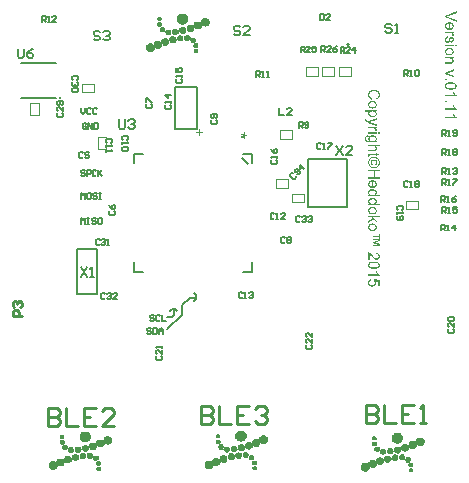
<source format=gto>
%FSTAX23Y23*%
%MOMM*%
%SFA1B1*%

%IPPOS*%
%ADD36C,0.253999*%
%ADD46C,0.100000*%
%ADD47C,0.160000*%
%ADD48C,0.050800*%
%ADD49C,0.152400*%
%ADD50C,0.200000*%
%ADD51C,0.203200*%
%LNdatapcb-1*%
%LPD*%
G36*
X-00491Y-04495D02*
X-00591D01*
X-00589Y-04496*
X-00585Y-04499*
X-0058Y-04503*
X-00573Y-04509*
X-00564Y-04517*
X-00555Y-04527*
X-00544Y-04538*
X-00533Y-04552*
X-00523Y-04566*
X-00512Y-04582*
X-00502Y-046*
X-00494Y-0462*
X-00487Y-04642*
X-00481Y-04664*
X-00477Y-04689*
X-00476Y-04716*
Y-04717*
Y-04718*
Y-04727*
X-00477Y-04738*
X-00478Y-04753*
X-00481Y-04771*
X-00485Y-0479*
X-00491Y-04811*
X-00499Y-04831*
X-00501Y-04833*
X-00503Y-04839*
X-00508Y-04849*
X-00514Y-0486*
X-00523Y-04874*
X-00534Y-04886*
X-00545Y-04899*
X-00559Y-0491*
X-0056Y-04911*
X-00566Y-04914*
X-00573Y-04918*
X-00582Y-04925*
X-00596Y-0493*
X-0061Y-04936*
X-00627Y-04943*
X-00645Y-04947*
X-00646*
X-00652Y-04948*
X-0066Y-0495*
X-00671Y-04951*
X-00688*
X-00707Y-04953*
X-00731Y-04954*
X-01187*
Y-04836*
X-00741*
X-00725Y-04835*
X-00707Y-04833*
X-00689Y-04831*
X-00673Y-04826*
X-00657Y-04822*
X-00656*
X-00652Y-0482*
X-00645Y-04815*
X-00637Y-04811*
X-00628Y-04804*
X-00618Y-04796*
X-00609Y-04785*
X-006Y-04772*
X-00599Y-04771*
X-00596Y-04767*
X-00594Y-04758*
X-00589Y-04749*
X-00585Y-04738*
X-00581Y-04724*
X-0058Y-04707*
X-00578Y-04691*
Y-04689*
Y-04688*
Y-04684*
X-0058Y-04678*
X-00581Y-04664*
X-00584Y-04646*
X-00591Y-04627*
X-00599Y-04605*
X-0061Y-04582*
X-00627Y-04562*
X-0063Y-04559*
X-00637Y-04553*
X-00642Y-04549*
X-00649Y-04545*
X-00657Y-04539*
X-00667Y-04535*
X-00678Y-0453*
X-00692Y-04524*
X-00707Y-0452*
X-00724Y-04516*
X-00742Y-04513*
X-00761Y-0451*
X-00785Y-04507*
X-01187*
Y-0439*
X-00491*
Y-04495*
G37*
G36*
X-06742Y-1797D02*
X-0729D01*
X-07006Y-18249*
Y-18403*
X-07265Y-18135*
X-07702Y-18429*
Y-18283*
X-07347Y-18052*
X-07426Y-1797*
X-07702*
Y-17852*
X-06742*
Y-1797*
G37*
G36*
X-07336Y-1848D02*
X-07322D01*
X-07307Y-18482*
X-07287Y-18484*
X-07268Y-18487*
X-07246Y-18493*
X-07223Y-18498*
X-072Y-18505*
X-07175Y-18514*
X-07151Y-18525*
X-07129Y-18536*
X-07107Y-18551*
X-07086Y-18566*
X-07068Y-18586*
X-07067Y-18587*
X-07065Y-1859*
X-07061Y-18595*
X-07056Y-18602*
X-0705Y-18611*
X-07043Y-18622*
X-07036Y-18633*
X-07029Y-18647*
X-07022Y-18662*
X-07015Y-18679*
X-07003Y-18716*
X-06993Y-18759*
X-06992Y-18781*
X-0699Y-18805*
Y-18806*
Y-18812*
Y-18819*
X-06992Y-18828*
X-06993Y-18841*
X-06996Y-18855*
X-06999Y-1887*
X-07001Y-18888*
X-07014Y-18925*
X-07021Y-18945*
X-07031Y-18964*
X-0704Y-18984*
X-07054Y-19003*
X-07068Y-19021*
X-07085Y-19039*
X-07086Y-19041*
X-07089Y-19043*
X-07094Y-19048*
X-07101Y-19053*
X-07111Y-1906*
X-07123Y-19068*
X-07137Y-19077*
X-07153Y-19085*
X-07169Y-19093*
X-0719Y-19102*
X-07211Y-1911*
X-07234Y-19117*
X-07259Y-19122*
X-07286Y-19127*
X-07313Y-19129*
X-07344Y-19131*
X-07366*
X-07377Y-19129*
X-07391Y-19128*
X-07405*
X-0742Y-19125*
X-07455Y-19121*
X-0749Y-19113*
X-07524Y-19103*
X-07556Y-19089*
X-07558*
X-07559Y-19088*
X-07563Y-19085*
X-07569Y-19082*
X-07583Y-19072*
X-07599Y-1906*
X-07619Y-19043*
X-07638Y-19023*
X-07657Y-18999*
X-07675Y-18971*
Y-1897*
X-07677Y-18968*
X-0768Y-18964*
X-07682Y-18957*
X-07685Y-1895*
X-07688Y-18942*
X-07696Y-18921*
X-07703Y-18898*
X-0771Y-18869*
X-07716Y-18838*
X-07717Y-18805*
Y-18803*
Y-18798*
Y-18791*
X-07716Y-1878*
X-07714Y-18767*
X-07712Y-18754*
X-07709Y-18737*
X-07706Y-1872*
X-07695Y-18683*
X-07687Y-18662*
X-07678Y-18643*
X-07667Y-18623*
X-07655Y-18604*
X-07641Y-18586*
X-07624Y-18568*
X-07623Y-18566*
X-0762Y-18564*
X-07614Y-18559*
X-07606Y-18554*
X-07596Y-18547*
X-07585Y-1854*
X-07571Y-18532*
X-07555Y-18523*
X-07537Y-18515*
X-07516Y-18507*
X-07494Y-185*
X-0747Y-18493*
X-07444Y-18487*
X-07416Y-18483*
X-07386Y-1848*
X-07354Y-18479*
X-07345*
X-07336Y-1848*
G37*
G36*
X-06742Y-19955D02*
X-07169Y-20089D01*
X-06742Y-20219*
Y-20348*
X-07276*
Y-20267*
X-06828*
X-07276Y-20129*
Y-20049*
X-06821Y-19907*
X-07276*
Y-19826*
X-06742*
Y-19955*
G37*
G36*
Y-19766D02*
X-06821D01*
Y-1959*
X-07276*
Y-19501*
X-06821*
Y-19328*
X-06742*
Y-19766*
G37*
G36*
X-01053Y-06348D02*
X-01187D01*
Y-06213*
X-01053*
Y-06348*
G37*
G36*
X-07329Y-15571D02*
X-07318D01*
X-07293Y-15573*
X-07264Y-15578*
X-07232Y-15585*
X-07198Y-15593*
X-07166Y-15604*
X-07165*
X-07162Y-15605*
X-07158Y-15608*
X-07153Y-15611*
X-07137Y-15619*
X-07118Y-1563*
X-07097Y-15644*
X-07076Y-15662*
X-07054Y-15683*
X-07036Y-15708*
Y-15709*
X-07035Y-15711*
X-07032Y-15715*
X-07029Y-15721*
X-07022Y-15734*
X-07013Y-15754*
X-07004Y-15776*
X-06997Y-15802*
X-06992Y-15831*
X-0699Y-15862*
Y-15863*
Y-15865*
Y-15873*
X-06992Y-15884*
X-06993Y-15899*
X-06997Y-15917*
X-07001Y-15937*
X-07008Y-15956*
X-07018Y-15974*
X-07019Y-15977*
X-07022Y-15983*
X-07029Y-15991*
X-07036Y-16002*
X-07046Y-16016*
X-07058Y-16028*
X-07071Y-16042*
X-07086Y-16055*
X-06742*
Y-16173*
X-07702*
Y-16063*
X-07614*
X-07616Y-16062*
X-07619Y-1606*
X-07624Y-16056*
X-07631Y-16051*
X-07638Y-16044*
X-07646Y-16035*
X-07656Y-16026*
X-07666Y-16013*
X-07675Y-16001*
X-07685Y-15987*
X-07693Y-1597*
X-077Y-15952*
X-07707Y-15934*
X-07713Y-15913*
X-07716Y-15891*
X-07717Y-15867*
Y-15866*
Y-15863*
Y-15859*
X-07716Y-15854*
X-07714Y-15837*
X-07712Y-15818*
X-07706Y-15794*
X-07698Y-15768*
X-07687Y-15741*
X-07671Y-15715*
Y-15714*
X-07669Y-15712*
X-07663Y-15704*
X-07652Y-15691*
X-07638Y-15676*
X-0762Y-15658*
X-07598Y-1564*
X-07573Y-15622*
X-07544Y-15607*
X-07542*
X-0754Y-15605*
X-07535Y-15604*
X-0753Y-15601*
X-07522Y-15598*
X-07512Y-15594*
X-07502Y-15592*
X-0749Y-15589*
X-07462Y-15582*
X-0743Y-15575*
X-07394Y-15571*
X-07355Y-15569*
X-07337*
X-07329Y-15571*
G37*
G36*
Y-16317D02*
X-07318D01*
X-07293Y-1632*
X-07264Y-16324*
X-07232Y-16331*
X-07198Y-16339*
X-07166Y-1635*
X-07165*
X-07162Y-16352*
X-07158Y-16354*
X-07153Y-16357*
X-07137Y-16365*
X-07118Y-16376*
X-07097Y-1639*
X-07076Y-16408*
X-07054Y-16429*
X-07036Y-16454*
Y-16456*
X-07035Y-16457*
X-07032Y-16461*
X-07029Y-16467*
X-07022Y-1648*
X-07013Y-165*
X-07004Y-16522*
X-06997Y-16548*
X-06992Y-16578*
X-0699Y-16608*
Y-16609*
Y-16611*
Y-16619*
X-06992Y-1663*
X-06993Y-16646*
X-06997Y-16664*
X-07001Y-16683*
X-07008Y-16702*
X-07018Y-1672*
X-07019Y-16723*
X-07022Y-16729*
X-07029Y-16737*
X-07036Y-16748*
X-07046Y-16762*
X-07058Y-16774*
X-07071Y-16788*
X-07086Y-16801*
X-06742*
Y-16919*
X-07702*
Y-16809*
X-07614*
X-07616Y-16808*
X-07619Y-16806*
X-07624Y-16802*
X-07631Y-16797*
X-07638Y-1679*
X-07646Y-16781*
X-07656Y-16772*
X-07666Y-16759*
X-07675Y-16747*
X-07685Y-16733*
X-07693Y-16716*
X-077Y-16698*
X-07707Y-1668*
X-07713Y-16659*
X-07716Y-16637*
X-07717Y-16614*
Y-16612*
Y-16609*
Y-16605*
X-07716Y-166*
X-07714Y-16583*
X-07712Y-16564*
X-07706Y-1654*
X-07698Y-16514*
X-07687Y-16487*
X-07671Y-16461*
Y-1646*
X-07669Y-16458*
X-07663Y-1645*
X-07652Y-16437*
X-07638Y-16422*
X-0762Y-16404*
X-07598Y-16386*
X-07573Y-16368*
X-07544Y-16353*
X-07542*
X-0754Y-16352*
X-07535Y-1635*
X-0753Y-16347*
X-07522Y-16345*
X-07512Y-1634*
X-07502Y-16338*
X-0749Y-16335*
X-07462Y-16328*
X-0743Y-16321*
X-07394Y-16317*
X-07355Y-16315*
X-07337*
X-07329Y-16317*
G37*
G36*
X-07336Y-17063D02*
X-07322D01*
X-07307Y-17064*
X-07287Y-17067*
X-07268Y-1707*
X-07246Y-17075*
X-07223Y-17081*
X-072Y-17088*
X-07175Y-17096*
X-07151Y-17107*
X-07129Y-17118*
X-07107Y-17134*
X-07086Y-17149*
X-07068Y-17168*
X-07067Y-1717*
X-07065Y-17173*
X-07061Y-17178*
X-07056Y-17185*
X-0705Y-17193*
X-07043Y-17204*
X-07036Y-17216*
X-07029Y-17229*
X-07022Y-17245*
X-07015Y-17261*
X-07003Y-17299*
X-06993Y-17342*
X-06992Y-17364*
X-0699Y-17387*
Y-17389*
Y-17394*
Y-17401*
X-06992Y-17411*
X-06993Y-17424*
X-06996Y-17437*
X-06999Y-17453*
X-07001Y-17471*
X-07014Y-17508*
X-07021Y-17528*
X-07031Y-17547*
X-0704Y-17566*
X-07054Y-17586*
X-07068Y-17604*
X-07085Y-17622*
X-07086Y-17623*
X-07089Y-17626*
X-07094Y-1763*
X-07101Y-17636*
X-07111Y-17643*
X-07123Y-17651*
X-07137Y-17659*
X-07153Y-17668*
X-07169Y-17676*
X-0719Y-17684*
X-07211Y-17693*
X-07234Y-177*
X-07259Y-17705*
X-07286Y-17709*
X-07313Y-17712*
X-07344Y-17713*
X-07366*
X-07377Y-17712*
X-07391Y-17711*
X-07405*
X-0742Y-17708*
X-07455Y-17704*
X-0749Y-17695*
X-07524Y-17686*
X-07556Y-17672*
X-07558*
X-07559Y-1767*
X-07563Y-17668*
X-07569Y-17665*
X-07583Y-17655*
X-07599Y-17643*
X-07619Y-17626*
X-07638Y-17605*
X-07657Y-17582*
X-07675Y-17554*
Y-17553*
X-07677Y-17551*
X-0768Y-17547*
X-07682Y-1754*
X-07685Y-17533*
X-07688Y-17525*
X-07696Y-17504*
X-07703Y-1748*
X-0771Y-17451*
X-07716Y-17421*
X-07717Y-17387*
Y-17386*
Y-17381*
Y-17374*
X-07716Y-17363*
X-07714Y-1735*
X-07712Y-17336*
X-07709Y-1732*
X-07706Y-17303*
X-07695Y-17265*
X-07687Y-17245*
X-07678Y-17225*
X-07667Y-17206*
X-07655Y-17186*
X-07641Y-17168*
X-07624Y-1715*
X-07623Y-17149*
X-0762Y-17146*
X-07614Y-17142*
X-07606Y-17136*
X-07596Y-1713*
X-07585Y-17123*
X-07571Y-17114*
X-07555Y-17106*
X-07537Y-17098*
X-07516Y-17089*
X-07494Y-17082*
X-0747Y-17075*
X-07444Y-1707*
X-07416Y-17066*
X-07386Y-17063*
X-07354Y-17062*
X-07345*
X-07336Y-17063*
G37*
G36*
X-00491Y-0556D02*
X-00908Y-0571D01*
X-0091*
X-00911Y-05711*
X-00915Y-05713*
X-00919Y-05714*
X-00933Y-05718*
X-00951Y-05724*
X-00972Y-05731*
X-00996Y-05739*
X-01022Y-05746*
X-01048Y-05754*
X-01046Y-05756*
X-01039Y-05757*
X-01028Y-05761*
X-01011Y-05765*
X-00993Y-05772*
X-00969Y-05779*
X-00944Y-05789*
X-00917Y-05799*
X-00491Y-05953*
Y-06075*
X-01187Y-0581*
Y-05697*
X-00491Y-05435*
Y-0556*
G37*
G36*
X-07675Y-20935D02*
X-07663Y-20936D01*
X-07649Y-20939*
X-07635Y-20942*
X-0762Y-20947*
X-07619*
X-07617Y-20949*
X-07609Y-20952*
X-07596Y-20957*
X-0758Y-20966*
X-0756Y-20977*
X-07538Y-2099*
X-07516Y-21006*
X-07492Y-21025*
X-07491*
X-0749Y-21028*
X-07481Y-21035*
X-07469Y-21047*
X-07451Y-21065*
X-0743Y-21086*
X-07405Y-21113*
X-07377Y-21144*
X-07348Y-21179*
X-07347Y-2118*
X-07343Y-21186*
X-07336Y-21194*
X-07327Y-21204*
X-07316Y-21217*
X-07304Y-21232*
X-0729Y-21247*
X-07275Y-21265*
X-07241Y-213*
X-07208Y-21334*
X-07191Y-21351*
X-07175Y-21366*
X-0716Y-2138*
X-07144Y-21391*
X-07143*
X-07142Y-21394*
X-07137Y-21397*
X-07132Y-214*
X-07117Y-21409*
X-07099Y-2142*
X-07076Y-2143*
X-07053Y-2144*
X-07026Y-21445*
X-07001Y-21448*
X-06999*
X-0699Y-21447*
X-06976Y-21445*
X-06961Y-21441*
X-06942Y-21436*
X-06922Y-21426*
X-06903Y-21413*
X-06884Y-21397*
X-06881Y-21394*
X-06875Y-21387*
X-06868Y-21377*
X-06859Y-21362*
X-0685Y-21343*
X-06842Y-21321*
X-06836Y-21294*
X-06835Y-21265*
Y-21264*
Y-21261*
Y-21257*
X-06836Y-21251*
X-06838Y-21235*
X-06842Y-21215*
X-06848Y-21194*
X-06857Y-21171*
X-0687Y-21149*
X-06886Y-21128*
X-06889Y-21125*
X-06896Y-21119*
X-06907Y-21111*
X-06924Y-21103*
X-06943Y-21093*
X-06968Y-21085*
X-06996Y-21079*
X-07028Y-21076*
X-07015Y-20956*
X-07014*
X-0701Y-20957*
X-07003*
X-06993Y-20959*
X-06982Y-20961*
X-0697Y-20964*
X-06954Y-20968*
X-06939Y-20972*
X-06906Y-20984*
X-06872Y-21*
X-06856Y-2101*
X-06839Y-21022*
X-06824Y-21035*
X-0681Y-21049*
X-06809Y-2105*
X-06807Y-21053*
X-06803Y-21057*
X-06799Y-21064*
X-06793Y-21072*
X-06788Y-21082*
X-06781Y-21093*
X-06774Y-21107*
X-06767Y-21122*
X-0676Y-21139*
X-06755Y-21157*
X-06749Y-21176*
X-06745Y-21197*
X-06741Y-21219*
X-06739Y-21243*
X-06738Y-21268*
Y-21269*
Y-21273*
Y-21282*
X-06739Y-21291*
X-06741Y-21303*
X-06742Y-21316*
X-06745Y-21332*
X-06748Y-21347*
X-06757Y-21383*
X-06771Y-21419*
X-0678Y-21437*
X-06789Y-21455*
X-06802Y-21472*
X-06816Y-21487*
X-06817Y-21488*
X-06818Y-21491*
X-06824Y-21494*
X-06829Y-21499*
X-06836Y-21506*
X-06846Y-21513*
X-06856Y-2152*
X-06868Y-21529*
X-06895Y-21542*
X-06928Y-21556*
X-06945Y-21562*
X-06964Y-21565*
X-06983Y-21567*
X-07004Y-21569*
X-07014*
X-07025Y-21567*
X-0704Y-21566*
X-07057Y-21563*
X-07076Y-21558*
X-07097Y-21552*
X-07118Y-21544*
X-07121Y-21542*
X-07128Y-2154*
X-07139Y-21534*
X-07154Y-21526*
X-07171Y-21515*
X-07191Y-21501*
X-07212Y-21484*
X-07236Y-21465*
X-07239Y-21462*
X-07247Y-21455*
X-07254Y-21448*
X-07261Y-21441*
X-07269Y-21433*
X-0728Y-21422*
X-07291Y-21411*
X-07304Y-21397*
X-07318Y-21383*
X-07333Y-21366*
X-07348Y-21348*
X-07366Y-21329*
X-07384Y-21307*
X-07404Y-21284*
X-07405Y-21283*
X-07408Y-2128*
X-07412Y-21275*
X-07417Y-21268*
X-07426Y-2126*
X-07434Y-2125*
X-07452Y-21228*
X-07473Y-21204*
X-07494Y-21182*
X-07512Y-21162*
X-07519Y-21154*
X-07526Y-21147*
X-07527Y-21146*
X-07531Y-21142*
X-07537Y-21136*
X-07545Y-21129*
X-07555Y-21122*
X-07565Y-21114*
X-07588Y-21097*
Y-2157*
X-07702*
Y-20934*
X-07687*
X-07675Y-20935*
G37*
G36*
X-00491Y-02333D02*
X-00596D01*
X-00595Y-02334*
X-00585Y-0234*
X-00573Y-02347*
X-00557Y-02358*
X-00542Y-02369*
X-00526Y-02381*
X-00512Y-02394*
X-00501Y-02406*
X-00499Y-02408*
X-00496Y-02412*
X-00492Y-0242*
X-00488Y-02429*
X-00484Y-0244*
X-0048Y-02454*
X-00477Y-02467*
X-00476Y-02483*
Y-02485*
Y-02492*
X-00477Y-02505*
X-0048Y-0252*
X-00485Y-02538*
X-00492Y-02558*
X-00502Y-0258*
X-00514Y-02603*
X-00623Y-0256*
X-00621Y-02559*
X-00618Y-02553*
X-00614Y-02545*
X-0061Y-02534*
X-00606Y-02522*
X-00602Y-02506*
X-00599Y-02491*
X-00598Y-02476*
Y-02474*
Y-02469*
X-00599Y-02462*
X-006Y-02452*
X-00603Y-02442*
X-00607Y-0243*
X-00613Y-02418*
X-00621Y-02406*
X-00623Y-02405*
X-00625Y-02401*
X-00631Y-02397*
X-00638Y-0239*
X-00648Y-02383*
X-00659Y-02376*
X-00671Y-02369*
X-00686Y-02363*
X-00689Y-02362*
X-00698Y-02361*
X-0071Y-02358*
X-00727Y-02354*
X-00747Y-0235*
X-00771Y-02347*
X-00796Y-02345*
X-00824Y-02344*
X-01187*
Y-02226*
X-00491*
Y-02333*
G37*
G36*
X-00817Y-01443D02*
X-00802Y-01444D01*
X-00785Y-01445*
X-00765Y-01448*
X-00746Y-01452*
X-00702Y-01463*
X-0068Y-0147*
X-00656Y-01479*
X-00634Y-0149*
X-00613Y-01502*
X-00592Y-01516*
X-00573Y-01531*
X-00571Y-01533*
X-00569Y-01535*
X-00564Y-01541*
X-00557Y-01548*
X-00551Y-01556*
X-00542Y-01567*
X-00533Y-0158*
X-00524Y-01595*
X-00514Y-0161*
X-00506Y-01628*
X-00498Y-01648*
X-00491Y-01669*
X-00484Y-01691*
X-0048Y-01714*
X-00477Y-01739*
X-00476Y-01766*
Y-01767*
Y-01771*
Y-0178*
X-00477Y-01789*
X-00478Y-018*
X-00481Y-01814*
X-00484Y-01829*
X-00488Y-01848*
X-00492Y-01864*
X-00499Y-01884*
X-00506Y-01902*
X-00516Y-01921*
X-00527Y-0194*
X-00539Y-0196*
X-00555Y-01978*
X-00571Y-01995*
X-00573Y-01996*
X-00575Y-01999*
X-00581Y-02003*
X-00589Y-02008*
X-00599Y-02015*
X-0061Y-02022*
X-00624Y-02031*
X-00641Y-02039*
X-00659Y-02047*
X-00678Y-02056*
X-007Y-02062*
X-00724Y-02069*
X-0075Y-02075*
X-00778Y-02079*
X-00807Y-02082*
X-00839Y-02083*
X-00856*
X-0087Y-02082*
Y-01562*
X-00875*
X-00881Y-01563*
X-00889*
X-00899Y-01565*
X-0091Y-01567*
X-00935Y-01572*
X-00962Y-0158*
X-00993Y-01591*
X-01021Y-01606*
X-01046Y-01626*
Y-01627*
X-01048Y-01628*
X-01055Y-01637*
X-01065Y-01649*
X-01075Y-01666*
X-01086Y-01688*
X-01096Y-01713*
X-01102Y-01741*
X-01104Y-01756*
X-01105Y-01773*
Y-01774*
Y-01775*
Y-01784*
X-01104Y-01796*
X-01101Y-01811*
X-01097Y-01828*
X-01091Y-01848*
X-01083Y-01866*
X-01072Y-01884*
X-01071Y-01885*
X-01065Y-01892*
X-01057Y-019*
X-01046Y-0191*
X-0103Y-01921*
X-01011Y-01933*
X-00989Y-01946*
X-00962Y-01957*
X-00978Y-02079*
X-00979*
X-00982Y-02078*
X-00987Y-02076*
X-00996Y-02074*
X-01004Y-02069*
X-01015Y-02065*
X-01039Y-02054*
X-01065Y-0204*
X-01093Y-02021*
X-01119Y-01999*
X-01144Y-01971*
Y-0197*
X-01147Y-01967*
X-0115Y-01963*
X-01154Y-01957*
X-01158Y-01949*
X-01162Y-0194*
X-01168Y-01929*
X-01173Y-01917*
X-01179Y-01903*
X-01184Y-01889*
X-01193Y-01854*
X-012Y-01816*
X-01202Y-01773*
Y-01771*
Y-01766*
Y-01757*
X-01201Y-01748*
X-012Y-01735*
X-01197Y-0172*
X-01194Y-01703*
X-01191Y-01685*
X-0118Y-01646*
X-01172Y-01626*
X-01164Y-01606*
X-01152Y-01585*
X-0114Y-01566*
X-01126Y-01548*
X-01109Y-0153*
X-01108Y-01529*
X-01105Y-01526*
X-011Y-01522*
X-01091Y-01516*
X-01082Y-01509*
X-01071Y-01502*
X-01057Y-01494*
X-01041Y-01486*
X-01023Y-01477*
X-01004Y-01469*
X-00982Y-01462*
X-00958Y-01455*
X-00933Y-01449*
X-00906Y-01445*
X-00876Y-01443*
X-00846Y-01441*
X-00829*
X-00817Y-01443*
G37*
G36*
X-00961Y-02743D02*
X-00964D01*
X-00972Y-02746*
X-00986Y-02749*
X-01001Y-02755*
X-01018Y-02761*
X-01036Y-0277*
X-01054Y-02782*
X-01069Y-02797*
X-01071Y-028*
X-01075Y-02806*
X-0108Y-02817*
X-01087Y-02831*
X-01094Y-02849*
X-011Y-0287*
X-01104Y-02895*
X-01105Y-02924*
Y-02925*
Y-02928*
Y-02932*
Y-02938*
X-01104Y-02951*
X-01101Y-02969*
X-01097Y-02989*
X-01091Y-0301*
X-01084Y-03028*
X-01073Y-03044*
X-01072Y-03046*
X-01068Y-03051*
X-01061Y-03057*
X-01051Y-03065*
X-0104Y-03072*
X-01026Y-03079*
X-01012Y-03083*
X-00996Y-03085*
X-00989*
X-00982Y-03083*
X-00972Y-0308*
X-00962Y-03076*
X-00953Y-03069*
X-00942Y-03061*
X-00933Y-03049*
X-00932Y-03047*
X-00931Y-03043*
X-00926Y-03036*
X-00922Y-03025*
X-00917Y-03008*
X-00912Y-02999*
X-0091Y-02987*
X-00906Y-02975*
X-00901Y-02961*
X-00897Y-02946*
X-00893Y-02928*
Y-02926*
X-00892Y-02922*
X-0089Y-02915*
X-00888Y-02907*
X-00885Y-02896*
X-00881Y-02883*
X-00874Y-02857*
X-00864Y-02827*
X-00856Y-02797*
X-00846Y-0277*
X-0084Y-02757*
X-00836Y-02748*
X-00835Y-02745*
X-00832Y-02739*
X-00827Y-02731*
X-0082Y-0272*
X-0081Y-02707*
X-00799Y-02695*
X-00786Y-02682*
X-00771Y-02671*
X-0077Y-0267*
X-00764Y-02667*
X-00754Y-02663*
X-00743Y-02659*
X-00729Y-02655*
X-00713Y-0265*
X-00696Y-02648*
X-00677Y-02646*
X-00668*
X-0066Y-02648*
X-00648Y-02649*
X-00635Y-02652*
X-0062Y-02655*
X-00606Y-0266*
X-00591Y-02667*
X-00589Y-02669*
X-00584Y-02671*
X-00577Y-02675*
X-00567Y-02682*
X-00557Y-02691*
X-00545Y-027*
X-00534Y-02712*
X-00524Y-02725*
X-00523Y-02727*
X-00521Y-02731*
X-00517Y-02736*
X-00513Y-02745*
X-00508Y-02756*
X-00502Y-02768*
X-00496Y-02784*
X-00491Y-028*
X-0049Y-02803*
X-00488Y-02809*
X-00485Y-02818*
X-00483Y-02831*
X-0048Y-02846*
X-00478Y-02863*
X-00476Y-02882*
Y-02902*
Y-02903*
Y-02906*
Y-0291*
Y-02915*
X-00477Y-02931*
X-00478Y-02951*
X-00481Y-02974*
X-00487Y-02997*
X-00492Y-03022*
X-00501Y-03046*
Y-03047*
X-00502Y-03049*
X-00505Y-03055*
X-0051Y-03067*
X-00517Y-0308*
X-00527Y-03096*
X-00538Y-03111*
X-00551Y-03125*
X-00564Y-03137*
X-00566Y-03139*
X-00571Y-03141*
X-00581Y-03147*
X-00592Y-03154*
X-00609Y-03161*
X-00627Y-03168*
X-00648Y-03173*
X-00671Y-03179*
X-00686Y-03064*
X-00684*
X-00678Y-03062*
X-00668Y-0306*
X-00656Y-03055*
X-00643Y-03049*
X-0063Y-0304*
X-00616Y-0303*
X-00603Y-03017*
X-00602Y-03015*
X-00599Y-0301*
X-00594Y-03001*
X-00588Y-02989*
X-00582Y-02975*
X-00577Y-02957*
X-00574Y-02935*
X-00573Y-02911*
Y-0291*
Y-02907*
Y-02903*
Y-02897*
X-00574Y-02883*
X-00575Y-02865*
X-0058Y-02847*
X-00584Y-02828*
X-00591Y-0281*
X-006Y-02795*
X-00602Y-02793*
X-00605Y-02789*
X-0061Y-02784*
X-00618Y-02778*
X-00627Y-02771*
X-00638Y-02766*
X-0065Y-02761*
X-00663Y-0276*
X-00667*
X-00671Y-02761*
X-00677*
X-00691Y-02766*
X-00704Y-02774*
X-00706Y-02775*
X-00707Y-02777*
X-00711Y-02779*
X-00716Y-02785*
X-0072Y-02791*
X-00725Y-02799*
X-00729Y-02809*
X-00735Y-0282*
Y-02821*
X-00736Y-02824*
X-00738Y-02829*
X-00742Y-02839*
X-00746Y-02853*
X-0075Y-02871*
X-00754Y-02882*
X-00757Y-02895*
X-00761Y-02908*
X-00765Y-02924*
Y-02925*
X-00767Y-02929*
X-00768Y-02936*
X-00771Y-02945*
X-00774Y-02954*
X-00777Y-02967*
X-00785Y-02993*
X-00793Y-03022*
X-00803Y-03051*
X-00813Y-03078*
X-00817Y-03089*
X-00821Y-03098*
X-00822Y-03101*
X-00825Y-03107*
X-00829Y-03115*
X-00836Y-03128*
X-00845Y-0314*
X-00856Y-03153*
X-00868Y-03165*
X-00882Y-03176*
X-00883Y-03177*
X-00889Y-0318*
X-00897Y-03186*
X-0091Y-03191*
X-00925Y-03196*
X-00942Y-03201*
X-00961Y-03204*
X-00983Y-03205*
X-00993*
X-01004Y-03204*
X-01019Y-03201*
X-01036Y-03197*
X-01054Y-0319*
X-01075Y-03182*
X-01094Y-03171*
X-01097Y-03169*
X-01102Y-03164*
X-01112Y-03157*
X-01123Y-03146*
X-01136Y-0313*
X-0115Y-03114*
X-01162Y-03094*
X-01175Y-03071*
Y-03069*
X-01176Y-03068*
X-01179Y-0306*
X-01183Y-03046*
X-01188Y-03028*
X-01194Y-03006*
X-01198Y-02981*
X-01201Y-02954*
X-01202Y-02924*
Y-02922*
Y-02918*
Y-02911*
X-01201Y-02902*
Y-0289*
X-012Y-02877*
X-01198Y-02863*
X-01195Y-02847*
X-01188Y-02814*
X-01179Y-02779*
X-01165Y-02746*
X-01157Y-02731*
X-01147Y-02717*
X-01145Y-02716*
X-01144Y-02714*
X-01136Y-02706*
X-01123Y-02693*
X-01104Y-0268*
X-0108Y-02664*
X-01053Y-02649*
X-01018Y-02637*
X-00979Y-02627*
X-00961Y-02743*
G37*
G36*
X-00491Y-03463D02*
X-01187D01*
Y-03345*
X-00491*
Y-03463*
G37*
G36*
X-00227D02*
X-00362D01*
Y-03345*
X-00227*
Y-03463*
G37*
G36*
X-07186Y-21698D02*
X-07169D01*
X-07151Y-21699*
X-0713Y-21701*
X-07087Y-21705*
X-07042Y-21712*
X-06996Y-2172*
X-06975Y-21726*
X-06954Y-21731*
X-06953*
X-0695Y-21732*
X-06945Y-21735*
X-06938Y-21738*
X-06928Y-21741*
X-06918Y-21746*
X-06895Y-21757*
X-0687Y-21771*
X-06843Y-21789*
X-06817Y-2181*
X-06795Y-21835*
Y-21836*
X-06792Y-21838*
X-06789Y-21842*
X-06786Y-21848*
X-06781Y-21854*
X-06777Y-21863*
X-06766Y-21884*
X-06756Y-21909*
X-06746Y-21938*
X-06741Y-21972*
X-06738Y-2201*
Y-22011*
Y-22013*
Y-22017*
Y-22022*
X-06739Y-22038*
X-06742Y-22056*
X-06746Y-22076*
X-06752Y-22099*
X-06759Y-22122*
X-0677Y-22144*
Y-22146*
X-06771Y-22147*
X-06775Y-22154*
X-06782Y-22165*
X-06792Y-22179*
X-06806Y-22194*
X-06821Y-22211*
X-06839Y-22226*
X-0686Y-22241*
X-06863Y-22243*
X-0687Y-22248*
X-06882Y-22254*
X-069Y-22264*
X-06921Y-22272*
X-06945Y-22283*
X-06972Y-22293*
X-07003Y-22301*
X-07004*
X-07007Y-22302*
X-07011Y-22304*
X-07018Y-22305*
X-07026Y-22307*
X-07036Y-22308*
X-07049Y-22311*
X-07062Y-22312*
X-07078Y-22315*
X-07094Y-22316*
X-07114Y-22318*
X-07133Y-2232*
X-07155Y-22322*
X-07178*
X-07203Y-22323*
X-07257*
X-07272Y-22322*
X-07289*
X-07307Y-2232*
X-07326Y-22319*
X-0737Y-22315*
X-07416Y-22308*
X-07461Y-223*
X-07481Y-22294*
X-07502Y-22287*
X-07503*
X-07506Y-22286*
X-07512Y-22283*
X-07519Y-2228*
X-07528Y-22277*
X-07538Y-22272*
X-07562Y-22261*
X-07587Y-22247*
X-07614Y-22229*
X-07639Y-22208*
X-07663Y-22183*
Y-22182*
X-07666Y-2218*
X-07669Y-22176*
X-07671Y-22171*
X-07675Y-22164*
X-07681Y-22157*
X-07691Y-22136*
X-077Y-22111*
X-0771Y-22082*
X-07716Y-22047*
X-07718Y-2201*
Y-22008*
Y-22004*
Y-21996*
X-07717Y-21986*
X-07716Y-21975*
X-07713Y-21961*
X-0771Y-21946*
X-07706Y-21929*
X-077Y-21913*
X-07695Y-21895*
X-07687Y-21877*
X-07677Y-21859*
X-07666Y-21841*
X-07652Y-21823*
X-07637Y-21806*
X-0762Y-21791*
X-07619Y-21789*
X-07614Y-21787*
X-07607Y-21782*
X-07596Y-21775*
X-07584Y-21769*
X-07567Y-21762*
X-07548Y-21752*
X-07526Y-21744*
X-07501Y-21735*
X-07472Y-21727*
X-0744Y-21719*
X-07404Y-21712*
X-07365Y-21705*
X-07323Y-21701*
X-07277Y-21698*
X-07229Y-21696*
X-07201*
X-07186Y-21698*
G37*
G36*
X-00821Y-036D02*
X-00807D01*
X-00792Y-03602*
X-00772Y-03605*
X-00753Y-03607*
X-00731Y-03613*
X-00709Y-03619*
X-00685Y-03625*
X-0066Y-03634*
X-00637Y-03645*
X-00614Y-03656*
X-00592Y-03671*
X-00571Y-03686*
X-00553Y-03706*
X-00552Y-03707*
X-00551Y-0371*
X-00546Y-03716*
X-00541Y-03723*
X-00535Y-03731*
X-00528Y-03742*
X-00521Y-03753*
X-00514Y-03767*
X-00508Y-03782*
X-00501Y-03799*
X-00488Y-03836*
X-00478Y-03879*
X-00477Y-03901*
X-00476Y-03925*
Y-03926*
Y-03932*
Y-03939*
X-00477Y-03949*
X-00478Y-03961*
X-00481Y-03975*
X-00484Y-0399*
X-00487Y-04008*
X-00499Y-04046*
X-00506Y-04065*
X-00516Y-04084*
X-00526Y-04104*
X-00539Y-04123*
X-00553Y-04141*
X-0057Y-04159*
X-00571Y-04161*
X-00574Y-04164*
X-0058Y-04168*
X-00587Y-04173*
X-00596Y-0418*
X-00609Y-04189*
X-00623Y-04197*
X-00638Y-04205*
X-00655Y-04213*
X-00675Y-04222*
X-00696Y-0423*
X-0072Y-04237*
X-00745Y-04243*
X-00771Y-04247*
X-00799Y-0425*
X-00829Y-04251*
X-00851*
X-00863Y-0425*
X-00876Y-04248*
X-0089*
X-00906Y-04245*
X-0094Y-04241*
X-00975Y-04233*
X-0101Y-04223*
X-01041Y-04209*
X-01043*
X-01044Y-04208*
X-01048Y-04205*
X-01054Y-04202*
X-01068Y-04193*
X-01084Y-0418*
X-01104Y-04164*
X-01123Y-04143*
X-01143Y-04119*
X-01161Y-04091*
Y-0409*
X-01162Y-04089*
X-01165Y-04084*
X-01168Y-04078*
X-0117Y-04071*
X-01173Y-04062*
X-01182Y-04041*
X-01188Y-04018*
X-01195Y-03989*
X-01201Y-03958*
X-01202Y-03925*
Y-03924*
Y-03918*
Y-03911*
X-01201Y-039*
X-012Y-03888*
X-01197Y-03874*
X-01194Y-03857*
X-01191Y-0384*
X-0118Y-03803*
X-01172Y-03782*
X-01164Y-03763*
X-01152Y-03743*
X-0114Y-03724*
X-01126Y-03706*
X-01109Y-03688*
X-01108Y-03686*
X-01105Y-03684*
X-011Y-0368*
X-01091Y-03674*
X-01082Y-03667*
X-01071Y-0366*
X-01057Y-03652*
X-0104Y-03643*
X-01022Y-03635*
X-01001Y-03627*
X-00979Y-0362*
X-00955Y-03613*
X-00929Y-03607*
X-00901Y-03603*
X-00871Y-036*
X-00839Y-03599*
X-00831*
X-00821Y-036*
G37*
G36*
X-06979Y-22534D02*
X-06976Y-22537D01*
X-06975Y-22542*
X-06971Y-22549*
X-06967Y-22558*
X-06961Y-22567*
X-06947Y-22591*
X-06932Y-22619*
X-06913Y-22646*
X-06891Y-22676*
X-06867Y-22705*
X-06866Y-22706*
X-06864Y-22707*
X-0686Y-22712*
X-06856Y-22717*
X-06842Y-2273*
X-06825Y-22746*
X-06806Y-22763*
X-06784Y-22781*
X-06762Y-22796*
X-06738Y-2281*
Y-22886*
X-07702*
Y-22768*
X-06952*
X-06953Y-22767*
X-06958Y-2276*
X-06967Y-22752*
X-06976Y-22738*
X-06989Y-22723*
X-07003Y-22703*
X-07018Y-22681*
X-07033Y-22656*
Y-22655*
X-07035Y-22653*
X-0704Y-22645*
X-07047Y-22631*
X-07056Y-22614*
X-07065Y-22595*
X-07075Y-22574*
X-07085Y-22553*
X-07093Y-22533*
X-06979*
Y-22534*
G37*
G36*
X-00227Y-00641D02*
X-00925Y-00891D01*
X-00926*
X-00929Y-00892*
X-00933Y-00893*
X-00939Y-00896*
X-00947Y-00898*
X-00955Y-009*
X-00976Y-00907*
X-01Y-00916*
X-01026Y-00924*
X-01082Y-00941*
X-0108*
X-01078Y-00942*
X-01073Y-00943*
X-01068Y-00945*
X-01053Y-00949*
X-01032Y-00956*
X-01008Y-00963*
X-00982Y-00971*
X-00954Y-00981*
X-00925Y-00992*
X-00227Y-01253*
Y-01382*
X-01187Y-01007*
Y-00874*
X-00227Y-00502*
Y-00641*
G37*
G36*
X-07441Y-23312D02*
X-07445D01*
X-07449Y-23313*
X-07456Y-23315*
X-07472Y-23319*
X-07492Y-23325*
X-07513Y-23333*
X-07537Y-23344*
X-07558Y-23358*
X-07577Y-23374*
X-07578Y-23377*
X-07584Y-23383*
X-07591Y-23394*
X-07599Y-23409*
X-07607Y-23426*
X-07614Y-23447*
X-0762Y-2347*
X-07621Y-23497*
Y-23498*
Y-23501*
Y-23505*
X-0762Y-2351*
X-07619Y-23527*
X-07613Y-23546*
X-07606Y-2357*
X-07595Y-23594*
X-07578Y-23619*
X-07569Y-2363*
X-07558Y-23641*
X-07556Y-23642*
X-07555Y-23644*
X-07551Y-23646*
X-07546Y-2365*
X-07531Y-2366*
X-07512Y-23671*
X-07488Y-23681*
X-07459Y-23691*
X-07424Y-23698*
X-07406Y-237*
X-07377*
X-0737Y-23699*
X-07362*
X-07352Y-23698*
X-0733Y-23693*
X-07304Y-23686*
X-07277Y-23677*
X-07252Y-23663*
X-07229Y-23644*
X-07228*
X-07226Y-23641*
X-07219Y-23634*
X-07209Y-23621*
X-07198Y-23605*
X-07189Y-23582*
X-07179Y-23558*
X-07172Y-23528*
X-07169Y-23512*
Y-23495*
Y-23492*
Y-23485*
X-07171Y-23474*
X-07172Y-2346*
X-07176Y-23444*
X-0718Y-23427*
X-07187Y-23409*
X-07196Y-23391*
X-07197Y-2339*
X-072Y-23384*
X-07207Y-23376*
X-07214Y-23365*
X-07223Y-23354*
X-07236Y-23343*
X-07248Y-2333*
X-07264Y-2332*
X-07248Y-23209*
X-06755Y-23302*
Y-23779*
X-06867*
Y-23395*
X-07126Y-23344*
X-07125Y-23345*
X-07123Y-23348*
X-07121Y-23352*
X-07117Y-23359*
X-07112Y-23368*
X-07107Y-23377*
X-07096Y-23399*
X-07085Y-23427*
X-07075Y-23458*
X-07068Y-23491*
X-07065Y-23508*
Y-23526*
Y-23527*
Y-23531*
Y-23538*
X-07067Y-23546*
X-07068Y-23558*
X-07069Y-2357*
X-07072Y-23584*
X-07076Y-23599*
X-07086Y-23632*
X-07093Y-2365*
X-07103Y-23668*
X-07112Y-23686*
X-07123Y-23705*
X-07137Y-23721*
X-07153Y-23738*
X-07154Y-23739*
X-07157Y-23742*
X-07161Y-23746*
X-07168Y-23752*
X-07178Y-23759*
X-07187Y-23766*
X-072Y-23774*
X-07214Y-23782*
X-07229Y-23789*
X-07246Y-23797*
X-07265Y-23804*
X-07284Y-23811*
X-07305Y-23817*
X-07329Y-23821*
X-07352Y-23824*
X-07377Y-23825*
X-0739*
X-07399Y-23824*
X-07411Y-23822*
X-07423Y-23821*
X-07438Y-23818*
X-07454Y-23815*
X-0749Y-23807*
X-07527Y-23793*
X-07546Y-23785*
X-07565Y-23774*
X-07584Y-23763*
X-07602Y-23749*
X-07603Y-23748*
X-07607Y-23745*
X-07613Y-23739*
X-0762Y-23732*
X-07628Y-23723*
X-07639Y-23711*
X-07649Y-23698*
X-0766Y-23682*
X-07671Y-23666*
X-07681Y-23646*
X-07691Y-23625*
X-077Y-23603*
X-07707Y-2358*
X-07713Y-23553*
X-07717Y-23526*
X-07718Y-23497*
Y-23495*
Y-23491*
Y-23484*
X-07717Y-23474*
X-07716Y-23463*
X-07714Y-23451*
X-07713Y-23435*
X-07709Y-2342*
X-077Y-23386*
X-07688Y-23351*
X-0768Y-23333*
X-0767Y-23315*
X-07659Y-23298*
X-07646Y-23282*
X-07645Y-2328*
X-07644Y-23277*
X-07638Y-23275*
X-07632Y-23269*
X-07626Y-23262*
X-07617Y-23255*
X-07606Y-23247*
X-07594Y-2324*
X-07581Y-23232*
X-07566Y-23223*
X-07533Y-23208*
X-07494Y-23196*
X-07473Y-23191*
X-07451Y-23189*
X-07441Y-23312*
G37*
G36*
X-07006Y-09686D02*
X-07409Y-09832D01*
X-07411*
X-07412Y-09833*
X-07416Y-09835*
X-07423Y-09836*
X-0743Y-09839*
X-07438Y-09842*
X-07458Y-09849*
X-07481Y-09857*
X-07509Y-09865*
X-07538Y-09874*
X-0757Y-09882*
X-07569*
X-07566Y-09883*
X-07562Y-09885*
X-07556Y-09886*
X-07549Y-09887*
X-07541Y-0989*
X-0752Y-09896*
X-07497Y-09903*
X-07469Y-09912*
X-07441Y-09921*
X-07412Y-09932*
X-07006Y-10082*
Y-10199*
X-07713Y-09935*
X-07714*
X-07718Y-09933*
X-07724Y-0993*
X-07731Y-09928*
X-07741Y-09924*
X-07752Y-09919*
X-07775Y-0991*
X-07802Y-099*
X-07828Y-09889*
X-07852Y-09878*
X-07861Y-09872*
X-07871Y-09868*
X-07874Y-09867*
X-07881Y-09862*
X-0789Y-09856*
X-07903Y-09847*
X-07917Y-09836*
X-07931Y-09824*
X-07944Y-09811*
X-07956Y-09796*
X-07957Y-09795*
X-0796Y-09789*
X-07964Y-09781*
X-07969Y-09768*
X-07975Y-09754*
X-07979Y-09738*
X-07982Y-0972*
X-07983Y-09699*
Y-09697*
Y-09693*
X-07982Y-09686*
Y-09677*
X-07979Y-09666*
X-07976Y-09653*
X-07974Y-09639*
X-07968Y-09624*
X-07859Y-09611*
Y-09613*
X-0786Y-09618*
X-07861Y-09625*
X-07864Y-09634*
X-07868Y-09656*
X-0787Y-09678*
Y-09679*
Y-09685*
X-07868Y-09692*
Y-097*
X-07864Y-09721*
X-0786Y-09731*
X-07856Y-0974*
Y-09742*
X-07853Y-09745*
X-0785Y-09749*
X-07846Y-09754*
X-07835Y-09767*
X-0782Y-09778*
X-07818*
X-07816Y-09781*
X-0781Y-09783*
X-07802Y-09786*
X-07791Y-09792*
X-07774Y-09797*
X-07755Y-09806*
X-07731Y-09814*
X-0773*
X-07724Y-09817*
X-07714Y-09819*
X-07702Y-09825*
X-07006Y-09562*
Y-09686*
G37*
G36*
Y-0899D02*
X-07097D01*
X-07094Y-08992*
X-07089Y-08997*
X-07079Y-09004*
X-07068Y-09015*
X-07054Y-09028*
X-07042Y-09041*
X-07029Y-09058*
X-07018Y-09075*
X-07017Y-09078*
X-07014Y-09083*
X-0701Y-09094*
X-07004Y-09108*
X-06999Y-09125*
X-06995Y-09144*
X-06992Y-09166*
X-0699Y-09191*
Y-09193*
Y-09195*
Y-092*
Y-09207*
X-06992Y-09213*
X-06993Y-09223*
X-06996Y-09244*
X-07001Y-09269*
X-0701Y-09295*
X-07022Y-09322*
X-07038Y-09348*
Y-09349*
X-0704Y-09351*
X-07046Y-09359*
X-07057Y-09372*
X-07071Y-09387*
X-07089Y-09403*
X-07111Y-0942*
X-07137Y-09437*
X-07166Y-09451*
X-07168*
X-07171Y-09452*
X-07175Y-09453*
X-0718Y-09456*
X-07189Y-09459*
X-07198Y-09462*
X-07221Y-09469*
X-07248Y-09476*
X-07279Y-09481*
X-07313Y-09485*
X-0735Y-09487*
X-07368*
X-07377Y-09485*
X-07388*
X-07413Y-09482*
X-07444Y-09477*
X-07476Y-0947*
X-07509Y-0946*
X-07542Y-09448*
X-07544*
X-07546Y-09446*
X-07551Y-09444*
X-07556Y-09441*
X-07571Y-09431*
X-07591Y-09419*
X-07612Y-09403*
X-07632Y-09384*
X-07653Y-09362*
X-07673Y-09335*
Y-09334*
X-07674Y-09333*
X-07677Y-09329*
X-0768Y-09323*
X-07687Y-09309*
X-07695Y-0929*
X-07703Y-09266*
X-0771Y-09241*
X-07716Y-09212*
X-07717Y-09183*
Y-0918*
Y-09173*
X-07716Y-09162*
X-07714Y-09148*
X-07712Y-09132*
X-07707Y-09114*
X-07702Y-09096*
X-07693Y-09078*
X-07692Y-09076*
X-07689Y-09069*
X-07684Y-09061*
X-07675Y-0905*
X-07667Y-09039*
X-07656Y-09025*
X-07644Y-09012*
X-0763Y-09001*
X-07968*
Y-08883*
X-07006*
Y-0899*
G37*
G36*
Y-10406D02*
X-07111D01*
X-0711Y-10408*
X-071Y-10413*
X-07087Y-1042*
X-07072Y-10431*
X-07057Y-10442*
X-0704Y-10455*
X-07026Y-10467*
X-07015Y-1048*
X-07014Y-10481*
X-07011Y-10485*
X-07007Y-10494*
X-07003Y-10502*
X-06999Y-10513*
X-06995Y-10527*
X-06992Y-10541*
X-0699Y-10556*
Y-10559*
Y-10566*
X-06992Y-10578*
X-06995Y-10593*
X-07Y-10611*
X-07007Y-10631*
X-07017Y-10653*
X-07029Y-10677*
X-07137Y-10634*
X-07136Y-10632*
X-07133Y-10627*
X-07129Y-10618*
X-07125Y-10607*
X-07121Y-10595*
X-07117Y-10579*
X-07114Y-10564*
X-07112Y-10549*
Y-10548*
Y-10542*
X-07114Y-10535*
X-07115Y-10525*
X-07118Y-10516*
X-07122Y-10503*
X-07128Y-10491*
X-07136Y-1048*
X-07137Y-10478*
X-0714Y-10474*
X-07146Y-1047*
X-07153Y-10463*
X-07162Y-10456*
X-07173Y-10449*
X-07186Y-10442*
X-07201Y-10437*
X-07204Y-10435*
X-07212Y-10434*
X-07225Y-10431*
X-07241Y-10427*
X-07262Y-10423*
X-07286Y-1042*
X-07311Y-10419*
X-07338Y-10417*
X-07702*
Y-10299*
X-07006*
Y-10406*
G37*
G36*
Y-10865D02*
X-07702D01*
Y-10747*
X-07006*
Y-10865*
G37*
G36*
X-06742D02*
X-06877D01*
Y-10747*
X-06742*
Y-10865*
G37*
G36*
X-0719Y-07148D02*
X-07176D01*
X-07162Y-0715*
X-07144Y-07151*
X-07126Y-07154*
X-07086Y-07161*
X-07042Y-07171*
X-06997Y-07185*
X-06954Y-07204*
X-06953Y-07205*
X-06949Y-07207*
X-06943Y-07209*
X-06936Y-07215*
X-06927Y-07221*
X-06915Y-07227*
X-06891Y-07246*
X-06863Y-07269*
X-06835Y-07297*
X-06807Y-07329*
X-06784Y-07366*
X-06782Y-07368*
X-06781Y-07372*
X-06778Y-07377*
X-06774Y-07384*
X-0677Y-07395*
X-06766Y-07406*
X-0676Y-0742*
X-06755Y-07436*
X-06749Y-07452*
X-06744Y-0747*
X-06735Y-07509*
X-06728Y-07553*
X-06725Y-07599*
Y-07601*
Y-07606*
Y-07613*
X-06727Y-07623*
X-06728Y-07635*
X-0673Y-0765*
X-06731Y-07666*
X-06735Y-07684*
X-06744Y-07721*
X-06756Y-07763*
X-06764Y-07784*
X-06774Y-07803*
X-06786Y-07822*
X-06799Y-07842*
X-068Y-07843*
X-06802Y-07846*
X-06806Y-07852*
X-06813Y-07858*
X-0682Y-07865*
X-06829Y-07875*
X-06841Y-07885*
X-06852Y-07896*
X-06866Y-07907*
X-06882Y-07918*
X-06899Y-07931*
X-06917Y-07942*
X-06938Y-07951*
X-06958Y-07963*
X-06981Y-07971*
X-07006Y-07979*
X-07035Y-07854*
X-07033*
X-07031Y-07853*
X-07025Y-0785*
X-07018Y-07847*
X-0701Y-07845*
X-06999Y-0784*
X-06976Y-07829*
X-06952Y-07816*
X-06927Y-07799*
X-06903Y-07778*
X-06882Y-07756*
X-06879Y-07753*
X-06874Y-07745*
X-06867Y-07731*
X-06857Y-07713*
X-06849Y-07689*
X-06841Y-07663*
X-06835Y-07631*
X-06834Y-07596*
Y-07595*
Y-07591*
Y-07585*
X-06835Y-07578*
Y-07569*
X-06836Y-07558*
X-06841Y-07531*
X-06846Y-07502*
X-06856Y-07472*
X-0687Y-0744*
X-06888Y-07411*
Y-07409*
X-06891Y-07408*
X-06897Y-07398*
X-06909Y-07386*
X-06925Y-0737*
X-06946Y-07352*
X-0697Y-07336*
X-06999Y-0732*
X-07031Y-07307*
X-07032*
X-07035Y-07305*
X-07039Y-07304*
X-07046Y-07302*
X-07054Y-073*
X-07064Y-07297*
X-07087Y-07293*
X-07115Y-07287*
X-07146Y-07282*
X-07179Y-07279*
X-07215Y-07277*
X-07236*
X-07246Y-07279*
X-07258*
X-07272Y-0728*
X-07287Y-07282*
X-0732Y-07286*
X-07356Y-07293*
X-07393Y-07301*
X-07429Y-07312*
X-0743*
X-07433Y-07313*
X-07437Y-07316*
X-07444Y-07319*
X-07461Y-07327*
X-0748Y-0734*
X-07502Y-07355*
X-07526Y-07374*
X-07546Y-07397*
X-07566Y-07423*
Y-07424*
X-07567Y-07427*
X-0757Y-07431*
X-07573Y-07437*
X-07576Y-07444*
X-0758Y-07452*
X-07588Y-07472*
X-07596Y-07497*
X-07603Y-07524*
X-07609Y-07555*
X-0761Y-07587*
Y-07588*
Y-07591*
Y-07596*
X-07609Y-07605*
Y-07614*
X-07607Y-07624*
X-07602Y-07649*
X-07595Y-07678*
X-07584Y-07707*
X-07569Y-07738*
X-0756Y-07753*
X-07549Y-07767*
X-07548Y-07768*
X-07546Y-0777*
X-07542Y-07774*
X-07538Y-07779*
X-07531Y-07785*
X-07523Y-07792*
X-07515Y-078*
X-07503Y-07807*
X-07491Y-07816*
X-07477Y-07825*
X-07463Y-07834*
X-07447Y-07842*
X-07429Y-07849*
X-07409Y-07856*
X-07388Y-07863*
X-07366Y-07868*
X-07398Y-07996*
X-07399*
X-07405Y-07994*
X-07413Y-07992*
X-07424Y-07987*
X-07437Y-07983*
X-07452Y-07978*
X-07469Y-07971*
X-07487Y-07963*
X-07526Y-07943*
X-07565Y-07918*
X-07584Y-07903*
X-07603Y-07888*
X-0762Y-07871*
X-07637Y-07852*
X-07638Y-0785*
X-07641Y-07847*
X-07644Y-0784*
X-07649Y-07834*
X-07656Y-07822*
X-07663Y-07811*
X-0767Y-07796*
X-07677Y-07781*
X-07685Y-07763*
X-07692Y-07743*
X-07699Y-07723*
X-07706Y-077*
X-07712Y-07677*
X-07714Y-07652*
X-07717Y-07626*
X-07718Y-07598*
Y-07596*
Y-07591*
Y-07583*
X-07717Y-07571*
Y-07559*
X-07716Y-07544*
X-07713Y-07527*
X-0771Y-07508*
X-07703Y-07467*
X-07692Y-07426*
X-07677Y-07384*
X-07667Y-07365*
X-07656Y-07345*
X-07655Y-07344*
X-07653Y-07341*
X-07649Y-07336*
X-07644Y-0733*
X-07638Y-07322*
X-0763Y-07312*
X-0762Y-07301*
X-07609Y-0729*
X-07596Y-07279*
X-07584Y-07266*
X-07552Y-07241*
X-07515Y-07218*
X-07473Y-07197*
X-07472*
X-07467Y-07194*
X-07461Y-07193*
X-07452Y-07189*
X-07441Y-07186*
X-07427Y-07182*
X-07412Y-07176*
X-07395Y-07172*
X-07377Y-07168*
X-07356Y-07162*
X-07313Y-07155*
X-07265Y-0715*
X-07215Y-07147*
X-072*
X-0719Y-07148*
G37*
G36*
X-21928Y-10723D02*
X-21664D01*
Y-10834*
X-21928*
Y-11094*
X-22038*
Y-10834*
X-22298*
Y-10723*
X-22038*
Y-10462*
X-21928*
Y-10723*
G37*
G36*
X-18087Y-10787D02*
Y-10789D01*
X-18089Y-10792*
X-18092Y-10799*
X-18094Y-10809*
X-18099Y-1082*
X-18105Y-10834*
X-18116Y-10863*
X-18129Y-10896*
X-18143Y-10929*
X-18158Y-1096*
X-1817Y-10985*
X-18163*
X-18156Y-10983*
X-18145*
X-18132Y-10982*
X-18118Y-1098*
X-18085Y-10978*
X-1805Y-10974*
X-18014Y-10971*
X-17983Y-10969*
X-17956*
Y-11093*
X-1797*
X-1799Y-11091*
X-18014Y-11089*
X-18045Y-11085*
X-18083Y-11084*
X-18125Y-11078*
X-1817Y-11073*
Y-11074*
X-18169Y-11076*
X-18167Y-11082*
X-18163Y-11089*
X-18154Y-11107*
X-18143Y-11131*
X-1813Y-1116*
X-18116Y-11195*
X-18101Y-11233*
X-18087Y-11275*
X-18209Y-11315*
Y-11313*
X-18211Y-11309*
X-18212Y-11304*
X-18214Y-11297*
X-18218Y-11286*
X-18221Y-11275*
X-18229Y-11247*
X-18236Y-11215*
X-18245Y-11178*
X-18252Y-1114*
X-18258Y-111*
X-1826Y-11102*
X-18267Y-11109*
X-18278Y-11122*
X-18294Y-11138*
X-18318Y-1116*
X-18345Y-11184*
X-1838Y-11215*
X-1842Y-11247*
X-18491Y-11146*
X-18487Y-11144*
X-18478Y-11136*
X-18464Y-11125*
X-18444Y-11111*
X-18416Y-11095*
X-18385Y-11074*
X-18349Y-11051*
X-18309Y-11027*
X-18311*
X-18314Y-11025*
X-1832Y-11022*
X-18329Y-11016*
X-18351Y-11005*
X-18376Y-10991*
X-18405Y-10973*
X-18436Y-10954*
X-18465Y-10934*
X-18491Y-10916*
X-1842Y-10816*
X-18418Y-10818*
X-18415Y-1082*
X-18409Y-10825*
X-184Y-10832*
X-18378Y-10849*
X-18353Y-10871*
X-18325Y-10894*
X-183Y-10918*
X-18276Y-1094*
X-18265Y-10949*
X-18258Y-10958*
Y-10956*
X-18256Y-10952*
Y-10947*
X-18254Y-1094*
X-18252Y-10929*
X-18249Y-10918*
X-18243Y-10891*
X-18236Y-10858*
X-18229Y-10823*
X-18209Y-10749*
X-18087Y-10787*
G37*
G36*
X-00465Y-09223D02*
X-00462Y-09226D01*
X-0046Y-09231*
X-00456Y-09238*
X-00452Y-09246*
X-00447Y-09256*
X-00433Y-0928*
X-00417Y-09307*
X-00398Y-09335*
X-00376Y-09364*
X-00352Y-09393*
X-00351Y-09395*
X-00349Y-09396*
X-00345Y-094*
X-00341Y-09406*
X-00327Y-09418*
X-00311Y-09435*
X-00291Y-09452*
X-00269Y-0947*
X-00247Y-09485*
X-00223Y-09499*
Y-09575*
X-01187*
Y-09457*
X-00437*
X-00438Y-09456*
X-00444Y-09449*
X-00452Y-0944*
X-00462Y-09427*
X-00474Y-09411*
X-00488Y-09392*
X-00503Y-0937*
X-00519Y-09345*
Y-09343*
X-0052Y-09342*
X-00526Y-09334*
X-00533Y-0932*
X-00541Y-09303*
X-00551Y-09284*
X-0056Y-09263*
X-0057Y-09242*
X-00578Y-09221*
X-00465*
Y-09223*
G37*
G36*
X-07336Y-08094D02*
X-07322D01*
X-07307Y-08096*
X-07287Y-08098*
X-07268Y-08101*
X-07246Y-08107*
X-07223Y-08112*
X-072Y-08119*
X-07175Y-08128*
X-07151Y-08139*
X-07129Y-0815*
X-07107Y-08165*
X-07086Y-0818*
X-07068Y-082*
X-07067Y-08201*
X-07065Y-08204*
X-07061Y-08209*
X-07056Y-08216*
X-0705Y-08225*
X-07043Y-08236*
X-07036Y-08247*
X-07029Y-08261*
X-07022Y-08276*
X-07015Y-08293*
X-07003Y-0833*
X-06993Y-08373*
X-06992Y-08395*
X-0699Y-08419*
Y-0842*
Y-08426*
Y-08433*
X-06992Y-08442*
X-06993Y-08455*
X-06996Y-08469*
X-06999Y-08484*
X-07001Y-08502*
X-07014Y-08539*
X-07021Y-08559*
X-07031Y-08578*
X-0704Y-08598*
X-07054Y-08617*
X-07068Y-08635*
X-07085Y-08653*
X-07086Y-08655*
X-07089Y-08657*
X-07094Y-08661*
X-07101Y-08667*
X-07111Y-08674*
X-07123Y-08682*
X-07137Y-08691*
X-07153Y-08699*
X-07169Y-08707*
X-0719Y-08716*
X-07211Y-08724*
X-07234Y-08731*
X-07259Y-08736*
X-07286Y-08741*
X-07313Y-08743*
X-07344Y-08745*
X-07366*
X-07377Y-08743*
X-07391Y-08742*
X-07405*
X-0742Y-08739*
X-07455Y-08735*
X-0749Y-08727*
X-07524Y-08717*
X-07556Y-08703*
X-07558*
X-07559Y-08702*
X-07563Y-08699*
X-07569Y-08696*
X-07583Y-08686*
X-07599Y-08674*
X-07619Y-08657*
X-07638Y-08637*
X-07657Y-08613*
X-07675Y-08585*
Y-08584*
X-07677Y-08582*
X-0768Y-08578*
X-07682Y-08571*
X-07685Y-08564*
X-07688Y-08556*
X-07696Y-08535*
X-07703Y-08512*
X-0771Y-08483*
X-07716Y-08452*
X-07717Y-08419*
Y-08417*
Y-08412*
Y-08405*
X-07716Y-08394*
X-07714Y-08381*
X-07712Y-08367*
X-07709Y-08351*
X-07706Y-08334*
X-07695Y-08297*
X-07687Y-08276*
X-07678Y-08257*
X-07667Y-08237*
X-07655Y-08218*
X-07641Y-082*
X-07624Y-08182*
X-07623Y-0818*
X-0762Y-08177*
X-07614Y-08173*
X-07606Y-08168*
X-07596Y-08161*
X-07585Y-08154*
X-07571Y-08146*
X-07555Y-08137*
X-07537Y-08129*
X-07516Y-08121*
X-07494Y-08114*
X-0747Y-08107*
X-07444Y-08101*
X-07416Y-08097*
X-07386Y-08094*
X-07354Y-08093*
X-07345*
X-07336Y-08094*
G37*
G36*
X-07325Y-11001D02*
X-07315D01*
X-0729Y-11004*
X-07262Y-11008*
X-07232Y-11015*
X-072Y-11023*
X-07168Y-11036*
X-07166*
X-07164Y-11037*
X-0716Y-1104*
X-07154Y-11043*
X-07139Y-11051*
X-07119Y-11062*
X-07099Y-11077*
X-07078Y-11095*
X-07056Y-11116*
X-07038Y-1114*
Y-11141*
X-07036Y-11143*
X-07033Y-11147*
X-07031Y-11152*
X-07022Y-11166*
X-07014Y-11186*
X-07006Y-11209*
X-06997Y-11237*
X-06992Y-11267*
X-0699Y-11301*
Y-11302*
Y-11306*
Y-11313*
X-06992Y-11321*
X-06993Y-11331*
X-06996Y-11344*
X-06999Y-11358*
X-07003Y-11373*
X-07008Y-11388*
X-07015Y-11405*
X-07024Y-11421*
X-07033Y-11439*
X-07044Y-11456*
X-07058Y-11473*
X-07074Y-11489*
X-07092Y-11504*
X-07006*
Y-11613*
X-07634*
X-07646Y-11611*
X-07662*
X-07678Y-1161*
X-07696Y-11609*
X-07734Y-11604*
X-07773Y-11599*
X-07791Y-11595*
X-07807Y-1159*
X-07822Y-11585*
X-07836Y-11579*
X-07838*
X-07839Y-11578*
X-07847Y-11572*
X-0786Y-11566*
X-07875Y-11554*
X-07892Y-11539*
X-0791Y-11521*
X-07928Y-11499*
X-07943Y-11474*
Y-11473*
X-07944Y-11471*
X-07947Y-11467*
X-07949Y-11462*
X-07953Y-11455*
X-07956Y-11446*
X-07963Y-11425*
X-07971Y-114*
X-07976Y-1137*
X-07982Y-11335*
X-07983Y-11298*
Y-11296*
Y-11292*
Y-11285*
X-07982Y-11277*
Y-11266*
X-07981Y-11255*
X-07979Y-11241*
X-07976Y-11226*
X-07969Y-11194*
X-0796Y-11161*
X-07946Y-11127*
X-07926Y-11097*
X-07925Y-11095*
X-07924Y-11094*
X-07915Y-11084*
X-07903Y-11073*
X-07885Y-11059*
X-07861Y-11045*
X-07832Y-11033*
X-07816Y-11029*
X-07797Y-11026*
X-07779Y-11023*
X-07759*
X-07774Y-11138*
X-07777*
X-07782Y-1114*
X-07792Y-11143*
X-07804Y-11145*
X-07817Y-11151*
X-07829Y-11158*
X-07842Y-11166*
X-07852Y-11177*
X-07853Y-1118*
X-07857Y-11186*
X-07863Y-11195*
X-07868Y-11209*
X-07875Y-11226*
X-07881Y-11247*
X-07885Y-11272*
X-07886Y-11298*
Y-11299*
Y-11302*
Y-11306*
Y-11312*
X-07885Y-11326*
X-07882Y-11345*
X-07878Y-11364*
X-07872Y-11385*
X-07864Y-11406*
X-07853Y-11424*
X-07852Y-11425*
X-07847Y-11431*
X-07839Y-11439*
X-07829Y-11449*
X-07816Y-11459*
X-078Y-11468*
X-07782Y-11478*
X-07761Y-11485*
X-0776*
X-07755Y-11486*
X-07743Y-11488*
X-0773Y-11489*
X-0772Y-11491*
X-07709*
X-07696Y-11492*
X-07667*
X-07649Y-11493*
X-0761*
X-07612Y-11492*
X-07614Y-11489*
X-07619Y-11485*
X-07624Y-1148*
X-07631Y-11473*
X-07639Y-11463*
X-07648Y-11452*
X-07656Y-11441*
X-07673Y-11412*
X-07688Y-1138*
X-07693Y-11362*
X-07698Y-11342*
X-077Y-11321*
X-07702Y-11301*
Y-11299*
Y-11294*
X-077Y-11287*
Y-11277*
X-07699Y-11265*
X-07696Y-11251*
X-07693Y-11235*
X-07689Y-11219*
X-07684Y-11201*
X-07677Y-11183*
X-07669Y-11165*
X-07659Y-11145*
X-07646Y-11127*
X-07632Y-11109*
X-07617Y-11093*
X-07599Y-11077*
X-07598Y-11076*
X-07595Y-11075*
X-07588Y-1107*
X-07581Y-11065*
X-0757Y-11059*
X-07559Y-11052*
X-07545Y-11045*
X-07528Y-11039*
X-07512Y-11032*
X-07492Y-11025*
X-07473Y-11018*
X-07451Y-11012*
X-07404Y-11002*
X-07377Y-11001*
X-07351Y-11*
X-07334*
X-07325Y-11001*
G37*
G36*
X-06742Y-14047D02*
X-07136D01*
Y-14543*
X-06742*
Y-14671*
X-07702*
Y-14543*
X-0725*
Y-14047*
X-07702*
Y-13919*
X-06742*
Y-14047*
G37*
G36*
X-07198Y-12825D02*
X-07187D01*
X-07173Y-12828*
X-07158Y-12829*
X-07142Y-12832*
X-07104Y-1284*
X-07062Y-12851*
X-07018Y-12868*
X-06996Y-12877*
X-06974Y-12889*
X-06972Y-1289*
X-06968Y-12891*
X-06963Y-12896*
X-06954Y-12901*
X-06945Y-12908*
X-06932Y-12916*
X-0692Y-12926*
X-06906Y-12937*
X-06877Y-12963*
X-06846Y-12994*
X-06817Y-13031*
X-06791Y-13073*
X-06789Y-13074*
X-06788Y-13079*
X-06785Y-13086*
X-06781Y-13094*
X-06775Y-13105*
X-0677Y-13117*
X-06764Y-13133*
X-06757Y-13148*
X-06752Y-13166*
X-06746Y-13185*
X-06735Y-13227*
X-06728Y-13271*
X-06725Y-13294*
Y-13317*
Y-13318*
Y-13323*
Y-1333*
X-06727Y-13338*
Y-13349*
X-06728Y-13363*
X-06731Y-13378*
X-06734Y-13395*
X-06741Y-13431*
X-06753Y-13472*
X-06768Y-13515*
X-0678Y-13538*
X-06791Y-1356*
X-06792Y-13561*
X-06793Y-13565*
X-06798Y-13571*
X-06802Y-13579*
X-06809Y-13589*
X-06817Y-13601*
X-06827Y-13614*
X-06838Y-13628*
X-0685Y-13643*
X-06863Y-13658*
X-06895Y-13689*
X-06932Y-13718*
X-06974Y-13746*
X-06975Y-13747*
X-06979Y-13748*
X-06985Y-13751*
X-06995Y-13757*
X-07006Y-13761*
X-07018Y-13766*
X-07032Y-13773*
X-07049Y-13779*
X-07067Y-13786*
X-07086Y-13791*
X-07128Y-13803*
X-07173Y-13809*
X-07197Y-13811*
X-07221Y-13812*
X-07233*
X-07243Y-13811*
X-07254*
X-07268Y-13809*
X-07283Y-13807*
X-073Y-13804*
X-07337Y-13796*
X-07377Y-13784*
X-07422Y-13768*
X-07444Y-13757*
X-07466Y-13746*
X-07467Y-13744*
X-07472Y-13743*
X-07477Y-13739*
X-07485Y-13733*
X-07495Y-13728*
X-07506Y-13719*
X-07519Y-1371*
X-07533Y-13698*
X-07563Y-13672*
X-07594Y-13642*
X-07623Y-13604*
X-07649Y-13563*
Y-13561*
X-07652Y-13557*
X-07655Y-13551*
X-07659Y-13542*
X-07664Y-13532*
X-0767Y-1352*
X-07675Y-13504*
X-07681Y-13488*
X-07688Y-13471*
X-07693Y-13452*
X-07705Y-1341*
X-07712Y-13364*
X-07713Y-13341*
X-07714Y-13317*
Y-13316*
Y-13312*
Y-13305*
X-07713Y-13295*
Y-13284*
X-0771Y-1327*
X-07709Y-13255*
X-07706Y-13238*
X-07698Y-13201*
X-07687Y-1316*
X-0767Y-13116*
X-0766Y-13094*
X-07649Y-13072*
X-07648Y-1307*
X-07646Y-13066*
X-07642Y-13061*
X-07637Y-13052*
X-0763Y-13043*
X-07623Y-13031*
X-07613Y-13019*
X-07602Y-13005*
X-07576Y-12975*
X-07544Y-12944*
X-07508Y-12915*
X-07466Y-12889*
X-07465*
X-07461Y-12886*
X-07455Y-12883*
X-07445Y-12879*
X-07434Y-12873*
X-07422Y-12868*
X-07408Y-12862*
X-07391Y-12857*
X-07373Y-1285*
X-07354Y-12844*
X-07312Y-12833*
X-07268Y-12826*
X-07244Y-12825*
X-07221Y-12823*
X-07208*
X-07198Y-12825*
G37*
G36*
X-07332Y-14829D02*
X-07316Y-1483D01*
X-073Y-14832*
X-0728Y-14834*
X-07261Y-14838*
X-07216Y-1485*
X-07194Y-14856*
X-07171Y-14865*
X-07148Y-14876*
X-07128Y-14888*
X-07107Y-14902*
X-07087Y-14918*
X-07086Y-14919*
X-07083Y-14922*
X-07079Y-14927*
X-07072Y-14934*
X-07065Y-14942*
X-07057Y-14954*
X-07047Y-14966*
X-07039Y-14981*
X-07029Y-14997*
X-07021Y-15015*
X-07013Y-15034*
X-07006Y-15055*
X-06999Y-15077*
X-06995Y-15101*
X-06992Y-15126*
X-0699Y-15152*
Y-15153*
Y-15157*
Y-15166*
X-06992Y-15175*
X-06993Y-15187*
X-06996Y-152*
X-06999Y-15216*
X-07003Y-15234*
X-07007Y-1525*
X-07014Y-1527*
X-07021Y-15288*
X-07031Y-15307*
X-07042Y-15327*
X-07054Y-15346*
X-07069Y-15364*
X-07086Y-15381*
X-07087Y-15382*
X-0709Y-15385*
X-07096Y-15389*
X-07104Y-15395*
X-07114Y-15402*
X-07125Y-15408*
X-07139Y-15417*
X-07155Y-15425*
X-07173Y-15433*
X-07193Y-15442*
X-07215Y-15449*
X-07239Y-15456*
X-07265Y-15461*
X-07293Y-15465*
X-07322Y-15468*
X-07354Y-15469*
X-0737*
X-07384Y-15468*
Y-14948*
X-0739*
X-07395Y-14949*
X-07404*
X-07413Y-14951*
X-07424Y-14954*
X-07449Y-14958*
X-07477Y-14966*
X-07508Y-14977*
X-07535Y-14992*
X-0756Y-15012*
Y-15013*
X-07563Y-15015*
X-0757Y-15023*
X-0758Y-15035*
X-07589Y-15052*
X-07601Y-15074*
X-0761Y-15099*
X-07617Y-15127*
X-07619Y-15142*
X-0762Y-15159*
Y-1516*
Y-15162*
Y-1517*
X-07619Y-15182*
X-07616Y-15198*
X-07612Y-15214*
X-07606Y-15234*
X-07598Y-15252*
X-07587Y-1527*
X-07585Y-15271*
X-0758Y-15278*
X-07571Y-15286*
X-0756Y-15296*
X-07545Y-15307*
X-07526Y-1532*
X-07503Y-15332*
X-07477Y-15343*
X-07492Y-15465*
X-07494*
X-07497Y-15464*
X-07502Y-15463*
X-0751Y-1546*
X-07519Y-15456*
X-0753Y-15451*
X-07553Y-1544*
X-0758Y-15426*
X-07607Y-15407*
X-07634Y-15385*
X-07659Y-15357*
Y-15356*
X-07662Y-15353*
X-07664Y-15349*
X-07669Y-15343*
X-07673Y-15335*
X-07677Y-15327*
X-07682Y-15316*
X-07688Y-15303*
X-07693Y-15289*
X-07699Y-15275*
X-07707Y-15241*
X-07714Y-15202*
X-07717Y-15159*
Y-15157*
Y-15152*
Y-15144*
X-07716Y-15134*
X-07714Y-15121*
X-07712Y-15106*
X-07709Y-15089*
X-07706Y-15071*
X-07695Y-15033*
X-07687Y-15012*
X-07678Y-14992*
X-07667Y-14972*
X-07655Y-14952*
X-07641Y-14934*
X-07624Y-14916*
X-07623Y-14915*
X-0762Y-14912*
X-07614Y-14908*
X-07606Y-14902*
X-07596Y-14895*
X-07585Y-14888*
X-07571Y-1488*
X-07556Y-14872*
X-07538Y-14863*
X-07519Y-14855*
X-07497Y-14848*
X-07473Y-14841*
X-07448Y-14836*
X-0742Y-14832*
X-07391Y-14829*
X-07361Y-14827*
X-07344*
X-07332Y-14829*
G37*
G36*
X-00671Y-06521D02*
X-00655D01*
X-00637Y-06523*
X-00616Y-06524*
X-00573Y-06528*
X-00527Y-06535*
X-00481Y-06543*
X-0046Y-06549*
X-0044Y-06554*
X-00438*
X-00435Y-06556*
X-0043Y-06559*
X-00423Y-06561*
X-00413Y-06564*
X-00404Y-0657*
X-0038Y-06581*
X-00355Y-06595*
X-00329Y-06613*
X-00302Y-06633*
X-0028Y-06658*
Y-0666*
X-00277Y-06661*
X-00275Y-06665*
X-00272Y-06671*
X-00266Y-06678*
X-00262Y-06686*
X-00251Y-06707*
X-00241Y-06732*
X-00232Y-06761*
X-00226Y-06796*
X-00223Y-06833*
Y-06835*
Y-06836*
Y-0684*
Y-06846*
X-00225Y-06861*
X-00227Y-06879*
X-00232Y-069*
X-00237Y-06922*
X-00244Y-06946*
X-00255Y-06968*
Y-06969*
X-00257Y-0697*
X-00261Y-06977*
X-00268Y-06989*
X-00277Y-07002*
X-00291Y-07018*
X-00306Y-07034*
X-00324Y-0705*
X-00345Y-07065*
X-00348Y-07066*
X-00355Y-07072*
X-00367Y-07077*
X-00385Y-07087*
X-00406Y-07095*
X-0043Y-07106*
X-00458Y-07116*
X-00488Y-07124*
X-0049*
X-00492Y-07126*
X-00496Y-07127*
X-00503Y-07129*
X-00512Y-0713*
X-00521Y-07131*
X-00534Y-07134*
X-00548Y-07136*
X-00563Y-07138*
X-0058Y-0714*
X-00599Y-07141*
X-00618Y-07144*
X-00641Y-07145*
X-00663*
X-00688Y-07147*
X-00742*
X-00757Y-07145*
X-00774*
X-00792Y-07144*
X-00811Y-07142*
X-00856Y-07138*
X-00901Y-07131*
X-00946Y-07123*
X-00967Y-07118*
X-00987Y-07111*
X-00989*
X-00992Y-07109*
X-00997Y-07106*
X-01004Y-07104*
X-01014Y-07101*
X-01023Y-07095*
X-01047Y-07084*
X-01072Y-0707*
X-011Y-07052*
X-01125Y-07032*
X-01148Y-07007*
Y-07005*
X-01151Y-07004*
X-01154Y-07*
X-01157Y-06994*
X-01161Y-06987*
X-01166Y-0698*
X-01176Y-06959*
X-01186Y-06934*
X-01195Y-06905*
X-01201Y-06871*
X-01204Y-06833*
Y-06832*
Y-06828*
Y-06819*
X-01202Y-0681*
X-01201Y-06799*
X-01198Y-06785*
X-01195Y-06769*
X-01191Y-06753*
X-01186Y-06736*
X-0118Y-06718*
X-01172Y-067*
X-01162Y-06682*
X-01151Y-06664*
X-01137Y-06646*
X-01122Y-06629*
X-01105Y-06614*
X-01104Y-06613*
X-011Y-0661*
X-01093Y-06606*
X-01082Y-06599*
X-01069Y-06592*
X-01053Y-06585*
X-01033Y-06575*
X-01011Y-06567*
X-00986Y-06559*
X-00957Y-0655*
X-00925Y-06542*
X-00889Y-06535*
X-0085Y-06528*
X-00808Y-06524*
X-00763Y-06521*
X-00714Y-0652*
X-00686*
X-00671Y-06521*
G37*
G36*
X-00465Y-07357D02*
X-00462Y-0736D01*
X-0046Y-07366*
X-00456Y-07373*
X-00452Y-07381*
X-00447Y-07391*
X-00433Y-07414*
X-00417Y-07442*
X-00398Y-0747*
X-00376Y-07499*
X-00352Y-07528*
X-00351Y-07529*
X-00349Y-07531*
X-00345Y-07535*
X-00341Y-0754*
X-00327Y-07553*
X-00311Y-0757*
X-00291Y-07586*
X-00269Y-07604*
X-00247Y-0762*
X-00223Y-07633*
Y-0771*
X-01187*
Y-07592*
X-00437*
X-00438Y-0759*
X-00444Y-07583*
X-00452Y-07575*
X-00462Y-07561*
X-00474Y-07546*
X-00488Y-07527*
X-00503Y-07504*
X-00519Y-07479*
Y-07478*
X-0052Y-07477*
X-00526Y-07468*
X-00533Y-07455*
X-00541Y-07438*
X-00551Y-07418*
X-0056Y-07398*
X-0057Y-07377*
X-00578Y-07356*
X-00465*
Y-07357*
G37*
G36*
X-06742Y-11909D02*
X-07086D01*
X-07085Y-11911*
X-07082Y-11914*
X-07078Y-11918*
X-07071Y-11925*
X-07064Y-11932*
X-07056Y-11941*
X-07047Y-11954*
X-07038Y-11966*
X-07029Y-1198*
X-07021Y-11995*
X-07006Y-12032*
X-06999Y-12051*
X-06995Y-12072*
X-06992Y-12094*
X-0699Y-12116*
Y-12117*
Y-12119*
Y-12123*
Y-12129*
X-06992Y-12144*
X-06995Y-12162*
X-06997Y-12183*
X-07003Y-12205*
X-07011Y-12227*
X-07021Y-12249*
X-07022Y-12252*
X-07026Y-12259*
X-07033Y-12269*
X-07043Y-12281*
X-07056Y-12294*
X-07069Y-12307*
X-07086Y-1232*
X-07105Y-12331*
X-07108Y-12332*
X-07115Y-12335*
X-07128Y-12339*
X-07146Y-12344*
X-07168Y-12348*
X-07194Y-12352*
X-07226Y-12355*
X-07262Y-12356*
X-07702*
Y-12238*
X-07247*
X-07232Y-12237*
X-07212Y-12234*
X-07191Y-12228*
X-07171Y-12221*
X-0715Y-12212*
X-07133Y-12199*
X-07132Y-12198*
X-07126Y-12192*
X-07119Y-12184*
X-07112Y-12172*
X-07104Y-12156*
X-07099Y-12138*
X-07093Y-12116*
X-07092Y-12091*
Y-12088*
Y-12083*
X-07093Y-12073*
X-07094Y-12059*
X-07099Y-12045*
X-07103Y-12029*
X-0711Y-12012*
X-07119Y-11994*
X-07121Y-11993*
X-07125Y-11987*
X-0713Y-11979*
X-07139Y-11969*
X-0715Y-11958*
X-07162Y-11947*
X-07178Y-11937*
X-07194Y-11929*
X-07197Y-11927*
X-07203Y-11926*
X-07214Y-11923*
X-07228Y-11919*
X-07246Y-11915*
X-07268Y-11912*
X-07293Y-11911*
X-07322Y-11909*
X-07702*
Y-11792*
X-06742*
Y-11909*
G37*
G36*
X-00465Y-08477D02*
X-00462Y-08479D01*
X-0046Y-08485*
X-00456Y-08492*
X-00452Y-085*
X-00447Y-0851*
X-00433Y-08533*
X-00417Y-08561*
X-00398Y-08589*
X-00376Y-08618*
X-00352Y-08647*
X-00351Y-08649*
X-00349Y-0865*
X-00345Y-08654*
X-00341Y-0866*
X-00327Y-08672*
X-00311Y-08689*
X-00291Y-08705*
X-00269Y-08723*
X-00247Y-08739*
X-00223Y-08753*
Y-08829*
X-01187*
Y-08711*
X-00437*
X-00438Y-0871*
X-00444Y-08703*
X-00452Y-08694*
X-00462Y-0868*
X-00474Y-08665*
X-00488Y-08646*
X-00503Y-08624*
X-00519Y-08599*
Y-08597*
X-0052Y-08596*
X-00526Y-08588*
X-00533Y-08574*
X-00541Y-08557*
X-00551Y-08538*
X-0056Y-08517*
X-0057Y-08496*
X-00578Y-08475*
X-00465*
Y-08477*
G37*
G36*
X-07006Y-12557D02*
X-06834D01*
X-06763Y-12675*
X-07006*
Y-12794*
X-07097*
Y-12675*
X-07523*
X-07533Y-12676*
X-07555Y-12678*
X-07565Y-12679*
X-07571Y-12681*
X-07574Y-12682*
X-0758Y-12686*
X-07587Y-12692*
X-07594Y-12701*
X-07595Y-12704*
X-07598Y-12711*
X-07601Y-12724*
X-07602Y-12742*
Y-12743*
Y-12746*
Y-1275*
Y-12755*
X-07601Y-12762*
Y-12772*
X-07599Y-12783*
X-07598Y-12794*
X-07702Y-1281*
Y-12807*
X-07703Y-12801*
X-07705Y-12791*
X-07706Y-12779*
X-07709Y-12765*
X-0771Y-1275*
X-07712Y-12719*
Y-12717*
Y-12708*
X-0771Y-12697*
X-07709Y-12683*
X-07707Y-12667*
X-07703Y-1265*
X-07699Y-12635*
X-07692Y-1262*
X-07691Y-12618*
X-07688Y-12614*
X-07684Y-12608*
X-07677Y-126*
X-0767Y-12593*
X-0766Y-12585*
X-0765Y-12577*
X-07638Y-12571*
X-07637*
X-07631Y-12568*
X-07621Y-12567*
X-07607Y-12564*
X-07589Y-12561*
X-07578Y-1256*
X-07566*
X-07551Y-12558*
X-07535Y-12557*
X-07097*
Y-1247*
X-07006*
Y-12557*
G37*
G36*
X-01053Y-08213D02*
X-01187D01*
Y-08079*
X-01053*
Y-08213*
G37*
%LNdatapcb-2*%
%LPC*%
G36*
X-00714Y-0664D02*
X-00736D01*
X-00753Y-06642*
X-00771*
X-00793Y-06643*
X-00817Y-06645*
X-00842Y-06647*
X-00896Y-06654*
X-00922Y-06658*
X-00947Y-06664*
X-00971Y-0667*
X-00993Y-06678*
X-01012Y-06686*
X-01029Y-06696*
X-0103*
X-01032Y-06699*
X-01041Y-06706*
X-01054Y-06718*
X-01068Y-06733*
X-01082Y-06754*
X-01094Y-06778*
X-01104Y-06804*
X-01105Y-06818*
X-01107Y-06833*
Y-06835*
Y-06837*
Y-06842*
X-01105Y-06847*
X-01102Y-06861*
X-01097Y-0688*
X-01087Y-06901*
X-01073Y-06925*
X-01065Y-06936*
X-01054Y-06947*
X-01043Y-06958*
X-01029Y-06969*
X-01028*
X-01025Y-06972*
X-01021Y-06975*
X-01014Y-06977*
X-01004Y-06983*
X-00992Y-06987*
X-00978Y-06993*
X-00961Y-06998*
X-0094Y-07002*
X-00918Y-07008*
X-00892Y-07013*
X-00864Y-07018*
X-00831Y-0702*
X-00796Y-07023*
X-00757Y-07026*
X-00692*
X-00675Y-07025*
X-00657*
X-00635Y-07023*
X-00612Y-07022*
X-00585Y-07019*
X-00533Y-07012*
X-00506Y-07008*
X-00481Y-07002*
X-00458Y-06997*
X-00435Y-06989*
X-00416Y-0698*
X-00399Y-0697*
X-00398*
X-00397Y-06968*
X-00392Y-06965*
X-00387Y-06961*
X-00374Y-06948*
X-00359Y-06933*
X-00345Y-06912*
X-00333Y-06889*
X-00327Y-06876*
X-00323Y-06862*
X-00322Y-06847*
X-0032Y-06832*
Y-0683*
Y-06828*
Y-06823*
X-00322Y-06818*
X-00324Y-06803*
X-00329Y-06785*
X-00337Y-06764*
X-00349Y-06742*
X-00358Y-06731*
X-00366Y-06719*
X-00377Y-0671*
X-0039Y-067*
X-00391*
X-00394Y-06697*
X-00399Y-06695*
X-00406Y-0669*
X-00417Y-06686*
X-0043Y-06681*
X-00445Y-06676*
X-00463Y-06671*
X-00484Y-06665*
X-00508Y-0666*
X-00534Y-06654*
X-00563Y-0665*
X-00596Y-06646*
X-00632Y-06643*
X-00671Y-06642*
X-00714Y-0664*
G37*
G36*
X-00839Y-0372D02*
X-00851D01*
X-00861Y-03721*
X-00872*
X-00885Y-03723*
X-00914Y-03727*
X-00947Y-03734*
X-0098Y-03745*
X-01012Y-03759*
X-01026Y-03768*
X-0104Y-03778*
Y-03779*
X-01043Y-03781*
X-0105Y-03789*
X-01061Y-03802*
X-01072Y-03818*
X-01084Y-03839*
X-01096Y-03864*
X-01102Y-03893*
X-01104Y-03908*
X-01105Y-03925*
Y-03926*
Y-03929*
Y-03933*
X-01104Y-0394*
X-01101Y-03956*
X-01097Y-03976*
X-01089Y-03998*
X-01078Y-04023*
X-01061Y-04047*
X-0105Y-0406*
X-01039Y-04071*
X-01037Y-04072*
X-01036Y-04073*
X-01032Y-04076*
X-01026Y-0408*
X-01019Y-04084*
X-01011Y-0409*
X-01Y-04096*
X-00989Y-04101*
X-00975Y-04107*
X-0096Y-04111*
X-00943Y-04116*
X-00925Y-04121*
X-00904Y-04125*
X-00883Y-04127*
X-0086Y-0413*
X-00822*
X-00814Y-04129*
X-00803*
X-0079Y-04127*
X-00761Y-04123*
X-00731Y-04116*
X-00698Y-04105*
X-00667Y-0409*
X-00652Y-04082*
X-00639Y-04071*
X-00638*
X-00637Y-04068*
X-00628Y-0406*
X-00618Y-04047*
X-00606Y-0403*
X-00594Y-0401*
X-00582Y-03985*
X-00575Y-03957*
X-00574Y-03942*
X-00573Y-03925*
Y-03924*
Y-03921*
Y-03917*
X-00574Y-0391*
X-00575Y-03894*
X-00581Y-03874*
X-00589Y-0385*
X-006Y-03825*
X-00617Y-03802*
X-00628Y-03789*
X-00639Y-03778*
X-00641*
X-00642Y-03775*
X-00646Y-03772*
X-00652Y-03768*
X-00659Y-03764*
X-00667Y-0376*
X-00678Y-03754*
X-00689Y-03749*
X-00703Y-03743*
X-00717Y-03738*
X-00734Y-03734*
X-00752Y-03729*
X-00771Y-03725*
X-00792Y-03723*
X-00815Y-03721*
X-00839Y-0372*
G37*
G36*
X-07221Y-12905D02*
X-07232D01*
X-07239Y-12907*
X-07248*
X-07259Y-12908*
X-07272Y-12909*
X-07286Y-12912*
X-07318Y-12919*
X-07352Y-12927*
X-07388Y-12941*
X-07426Y-12959*
X-07427*
X-0743Y-12962*
X-07436Y-12965*
X-07442Y-12969*
X-07451Y-12975*
X-07459Y-12981*
X-07481Y-12998*
X-07506Y-1302*
X-07531Y-13047*
X-07556Y-13077*
X-07578Y-13112*
Y-13113*
X-07581Y-13116*
X-07584Y-13122*
X-07587Y-13128*
X-07591Y-13138*
X-07595Y-13149*
X-07601Y-1316*
X-07605Y-13174*
X-07616Y-13205*
X-07624Y-13239*
X-0763Y-13278*
X-07632Y-13317*
Y-13318*
Y-13321*
Y-13328*
X-07631Y-13335*
Y-13345*
X-0763Y-13356*
X-07628Y-13368*
X-07626Y-13382*
X-07619Y-13414*
X-0761Y-13449*
X-07596Y-13485*
X-07578Y-13522*
Y-13524*
X-07576Y-13527*
X-07573Y-13532*
X-07569Y-13539*
X-07563Y-13547*
X-07556Y-13557*
X-0754Y-13578*
X-07517Y-13603*
X-07491Y-13628*
X-07461Y-13653*
X-07426Y-13675*
X-07424*
X-07422Y-13678*
X-07416Y-1368*
X-07409Y-13683*
X-07399Y-13687*
X-07388Y-13693*
X-07377Y-13697*
X-07363Y-13703*
X-07333Y-13712*
X-07298Y-13722*
X-07259Y-13728*
X-07221Y-1373*
X-07209*
X-07203Y-13729*
X-07193*
X-07182Y-13728*
X-07169Y-13726*
X-07155Y-13723*
X-07123Y-13717*
X-07089Y-13707*
X-07053Y-13693*
X-07015Y-13675*
X-07014*
X-07011Y-13672*
X-07006Y-13669*
X-06999Y-13665*
X-0699Y-1366*
X-06981Y-13653*
X-06958Y-13635*
X-06934Y-13613*
X-06909Y-13586*
X-06884Y-13556*
X-06861Y-1352*
Y-13518*
X-06859Y-13515*
X-06856Y-1351*
X-06853Y-13503*
X-06849Y-13493*
X-06845Y-13484*
X-06839Y-13471*
X-06834Y-13457*
X-06824Y-13427*
X-06816Y-13392*
X-0681Y-13356*
X-06807Y-13317*
Y-13316*
Y-13313*
Y-13307*
X-06809Y-13299*
Y-13289*
X-0681Y-1328*
X-06811Y-13267*
X-06814Y-13253*
X-0682Y-13221*
X-06829Y-13188*
X-06843Y-13152*
X-06861Y-13115*
Y-13113*
X-06864Y-1311*
X-06867Y-13105*
X-06871Y-13098*
X-06877Y-1309*
X-06884Y-1308*
X-069Y-13059*
X-06922Y-13034*
X-06949Y-13008*
X-06981Y-12983*
X-07015Y-12961*
X-07017*
X-07019Y-12958*
X-07025Y-12955*
X-07032Y-12952*
X-07042Y-12948*
X-07051Y-12943*
X-07064Y-12938*
X-07078Y-12933*
X-07108Y-12923*
X-07143Y-12914*
X-07182Y-12908*
X-07221Y-12905*
G37*
G36*
X-07287Y-14955D02*
Y-15345D01*
X-07283*
X-07279Y-15343*
X-07273*
X-07257Y-15341*
X-07239Y-15336*
X-07216Y-15329*
X-07196Y-15322*
X-07175Y-15311*
X-07157Y-15299*
X-07155*
X-07154Y-15296*
X-07146Y-15289*
X-07135Y-15277*
X-07122Y-1526*
X-0711Y-15239*
X-07099Y-15214*
X-0709Y-15185*
X-07089Y-1517*
X-07087Y-15153*
Y-15152*
Y-15149*
Y-15145*
X-07089Y-15139*
X-0709Y-15124*
X-07094Y-15106*
X-07101Y-15084*
X-07111Y-1506*
X-07125Y-15038*
X-07143Y-15016*
X-07146Y-15013*
X-07153Y-15008*
X-07165Y-14998*
X-07182Y-14988*
X-07201Y-14977*
X-07226Y-14967*
X-07255Y-14959*
X-07287Y-14955*
G37*
G36*
X-07319Y-1112D02*
X-07355D01*
X-07365Y-11122*
X-07376*
X-0739Y-11123*
X-07419Y-11127*
X-07452Y-11134*
X-07484Y-11143*
X-07516Y-11156*
X-0753Y-11165*
X-07542Y-11174*
X-07545Y-11177*
X-07552Y-11184*
X-07562Y-11195*
X-07573Y-11212*
X-07585Y-11231*
X-07595Y-11255*
X-07602Y-11281*
X-07603Y-11295*
X-07605Y-1131*
Y-11312*
Y-11315*
Y-11319*
X-07603Y-11324*
X-07602Y-11339*
X-07596Y-11359*
X-07589Y-1138*
X-07578Y-11403*
X-07563Y-11425*
X-07553Y-11437*
X-07542Y-11448*
X-07541*
X-0754Y-1145*
X-07535Y-11453*
X-0753Y-11456*
X-07524Y-1146*
X-07516Y-11466*
X-07506Y-1147*
X-07494Y-11475*
X-07481Y-11481*
X-07467Y-11485*
X-07451Y-11491*
X-07433Y-11495*
X-07415Y-11498*
X-07394Y-115*
X-0737Y-11503*
X-07334*
X-07326Y-11502*
X-07315*
X-07302Y-115*
X-07275Y-11496*
X-07243Y-11489*
X-07211Y-1148*
X-07179Y-11466*
X-07165Y-11456*
X-07153Y-11446*
X-07151*
X-0715Y-11443*
X-07143Y-11437*
X-07132Y-11424*
X-07119Y-11407*
X-07108Y-11388*
X-07097Y-11364*
X-0709Y-11338*
X-07087Y-11324*
Y-11309*
Y-11308*
Y-11306*
Y-11302*
X-07089Y-11296*
X-0709Y-11281*
X-07096Y-11263*
X-07103Y-11241*
X-07115Y-11219*
X-0713Y-11197*
X-07142Y-11186*
X-07153Y-11174*
X-07154*
X-07155Y-11172*
X-0716Y-11169*
X-07165Y-11166*
X-07171Y-11162*
X-07179Y-11158*
X-07189Y-11152*
X-072Y-11148*
X-07212Y-11143*
X-07228Y-11137*
X-07243Y-11133*
X-07259Y-11129*
X-07279Y-11126*
X-07298Y-11123*
X-07319Y-1112*
G37*
G36*
X-07354Y-08214D02*
X-07366D01*
X-07376Y-08215*
X-07387*
X-07399Y-08216*
X-07429Y-0822*
X-07462Y-08227*
X-07495Y-08238*
X-07527Y-08252*
X-07541Y-08262*
X-07555Y-08272*
Y-08273*
X-07558Y-08275*
X-07565Y-08283*
X-07576Y-08295*
X-07587Y-08312*
X-07599Y-08333*
X-0761Y-08358*
X-07617Y-08387*
X-07619Y-08402*
X-0762Y-08419*
Y-0842*
Y-08423*
Y-08427*
X-07619Y-08434*
X-07616Y-08449*
X-07612Y-0847*
X-07603Y-08492*
X-07592Y-08517*
X-07576Y-08541*
X-07565Y-08553*
X-07553Y-08564*
X-07552Y-08566*
X-07551Y-08567*
X-07546Y-0857*
X-07541Y-08574*
X-07534Y-08578*
X-07526Y-08584*
X-07515Y-08589*
X-07503Y-08595*
X-0749Y-086*
X-07474Y-08605*
X-07458Y-0861*
X-0744Y-08614*
X-07419Y-08618*
X-07398Y-08621*
X-07375Y-08624*
X-07337*
X-07329Y-08623*
X-07318*
X-07305Y-08621*
X-07276Y-08617*
X-07246Y-0861*
X-07212Y-08599*
X-07182Y-08584*
X-07166Y-08575*
X-07154Y-08564*
X-07153*
X-07151Y-08562*
X-07143Y-08553*
X-07133Y-08541*
X-07121Y-08524*
X-07108Y-08503*
X-07097Y-08478*
X-0709Y-08451*
X-07089Y-08435*
X-07087Y-08419*
Y-08417*
Y-08415*
Y-0841*
X-07089Y-08404*
X-0709Y-08388*
X-07096Y-08367*
X-07104Y-08344*
X-07115Y-08319*
X-07132Y-08295*
X-07143Y-08283*
X-07154Y-08272*
X-07155*
X-07157Y-08269*
X-07161Y-08266*
X-07166Y-08262*
X-07173Y-08258*
X-07182Y-08254*
X-07193Y-08248*
X-07204Y-08243*
X-07218Y-08237*
X-07232Y-08232*
X-07248Y-08227*
X-07266Y-08223*
X-07286Y-08219*
X-07307Y-08216*
X-0733Y-08215*
X-07354Y-08214*
G37*
G36*
X-07333Y-0899D02*
X-0737D01*
X-0738Y-08992*
X-07391*
X-07404Y-08993*
X-07433Y-08997*
X-07466Y-09004*
X-07498Y-09012*
X-0753Y-09026*
X-07544Y-09035*
X-07556Y-09044*
X-07559Y-09047*
X-07566Y-09054*
X-07577Y-09065*
X-07588Y-0908*
X-07599Y-091*
X-0761Y-09122*
X-07617Y-09147*
X-07619Y-09161*
X-0762Y-09175*
Y-09176*
Y-09179*
Y-09183*
X-07619Y-09188*
X-07616Y-09202*
X-07612Y-09222*
X-07603Y-09243*
X-07592Y-09265*
X-07576Y-09287*
X-07566Y-09298*
X-07555Y-09309*
X-07553*
X-07552Y-09312*
X-07548Y-09315*
X-07542Y-09317*
X-07535Y-09323*
X-07526Y-09327*
X-07516Y-09333*
X-07503Y-09338*
X-07491Y-09342*
X-07474Y-09348*
X-07458Y-09354*
X-0744Y-09358*
X-07419Y-0936*
X-07397Y-09363*
X-07373Y-09366*
X-07336*
X-07326Y-09365*
X-07315*
X-07302Y-09363*
X-07273Y-09359*
X-07241Y-09352*
X-07209Y-09342*
X-07178Y-09329*
X-07162Y-0932*
X-0715Y-09311*
X-07148*
X-07147Y-09308*
X-07139Y-09301*
X-07129Y-0929*
X-07117Y-09274*
X-07104Y-09255*
X-07093Y-09233*
X-07086Y-09208*
X-07085Y-09194*
X-07083Y-0918*
Y-09179*
Y-09177*
Y-09173*
X-07085Y-09168*
X-07087Y-09154*
X-07092Y-09136*
X-071Y-09115*
X-07112Y-09093*
X-07121Y-0908*
X-0713Y-09069*
X-07142Y-09058*
X-07154Y-09047*
X-07155*
X-07157Y-09044*
X-07161Y-09041*
X-07166Y-09039*
X-07175Y-09035*
X-07183Y-09029*
X-07194Y-09023*
X-07205Y-09019*
X-07219Y-09014*
X-07234Y-09008*
X-07251Y-09004*
X-07269Y-08998*
X-0729Y-08996*
X-07311Y-08993*
X-07333Y-0899*
G37*
G36*
X-0733Y-1569D02*
X-07368D01*
X-07377Y-15691*
X-07388*
X-07401Y-15693*
X-0743Y-15697*
X-07462Y-15704*
X-07495Y-15714*
X-07527Y-15727*
X-07541Y-15736*
X-07555Y-15745*
Y-15747*
X-07558Y-15748*
X-07565Y-15755*
X-07576Y-15768*
X-07587Y-15783*
X-07599Y-15802*
X-0761Y-15826*
X-07617Y-15851*
X-07619Y-15865*
X-0762Y-15879*
Y-1588*
Y-15883*
Y-15886*
X-07619Y-15891*
X-07617Y-15906*
X-07612Y-15924*
X-07605Y-15945*
X-07594Y-15967*
X-07578Y-1599*
X-07569Y-16001*
X-07558Y-1601*
X-07556*
X-07555Y-16013*
X-07551Y-16016*
X-07545Y-16019*
X-07538Y-16023*
X-07531Y-16028*
X-0752Y-16033*
X-07509Y-16038*
X-07497Y-16044*
X-07483Y-16048*
X-07466Y-16053*
X-07449Y-16058*
X-0743Y-1606*
X-07411Y-16063*
X-07388Y-16066*
X-07351*
X-07341Y-16064*
X-0733*
X-07316Y-16063*
X-07301Y-16062*
X-07284Y-16059*
X-07251Y-16052*
X-07216Y-16042*
X-07183Y-16028*
X-07169Y-1602*
X-07155Y-1601*
X-07154*
X-07153Y-16008*
X-07144Y-16001*
X-07133Y-15988*
X-07121Y-15973*
X-07108Y-15953*
X-07099Y-1593*
X-0709Y-15904*
X-07089Y-1589*
X-07087Y-15874*
Y-15873*
Y-15872*
Y-15867*
X-07089Y-15862*
X-0709Y-15847*
X-07096Y-15829*
X-07103Y-15808*
X-07115Y-15786*
X-0713Y-15763*
X-07142Y-15752*
X-07153Y-15743*
X-07154*
X-07155Y-1574*
X-0716Y-15739*
X-07165Y-15734*
X-07172Y-1573*
X-0718Y-15726*
X-0719Y-15722*
X-07201Y-15716*
X-07215Y-15711*
X-0723Y-15707*
X-07247Y-15702*
X-07265Y-15698*
X-07284Y-15696*
X-07307Y-15693*
X-0733Y-1569*
G37*
G36*
X-07354Y-186D02*
X-07366D01*
X-07376Y-18601*
X-07387*
X-07399Y-18602*
X-07429Y-18607*
X-07462Y-18613*
X-07495Y-18625*
X-07527Y-18638*
X-07541Y-18648*
X-07555Y-18658*
Y-18659*
X-07558Y-18661*
X-07565Y-18669*
X-07576Y-18681*
X-07587Y-18698*
X-07599Y-18719*
X-0761Y-18744*
X-07617Y-18773*
X-07619Y-18788*
X-0762Y-18805*
Y-18806*
Y-18809*
Y-18813*
X-07619Y-1882*
X-07616Y-18835*
X-07612Y-18856*
X-07603Y-18878*
X-07592Y-18903*
X-07576Y-18927*
X-07565Y-18939*
X-07553Y-1895*
X-07552Y-18952*
X-07551Y-18953*
X-07546Y-18956*
X-07541Y-1896*
X-07534Y-18964*
X-07526Y-1897*
X-07515Y-18975*
X-07503Y-18981*
X-0749Y-18986*
X-07474Y-18991*
X-07458Y-18996*
X-0744Y-19*
X-07419Y-19005*
X-07398Y-19007*
X-07375Y-1901*
X-07337*
X-07329Y-19009*
X-07318*
X-07305Y-19007*
X-07276Y-19003*
X-07246Y-18996*
X-07212Y-18985*
X-07182Y-1897*
X-07166Y-18962*
X-07154Y-1895*
X-07153*
X-07151Y-18948*
X-07143Y-18939*
X-07133Y-18927*
X-07121Y-1891*
X-07108Y-18889*
X-07097Y-18864*
X-0709Y-18837*
X-07089Y-18821*
X-07087Y-18805*
Y-18803*
Y-18801*
Y-18797*
X-07089Y-1879*
X-0709Y-18774*
X-07096Y-18754*
X-07104Y-1873*
X-07115Y-18705*
X-07132Y-18681*
X-07143Y-18669*
X-07154Y-18658*
X-07155*
X-07157Y-18655*
X-07161Y-18652*
X-07166Y-18648*
X-07173Y-18644*
X-07182Y-1864*
X-07193Y-18634*
X-07204Y-18629*
X-07218Y-18623*
X-07232Y-18618*
X-07248Y-18613*
X-07266Y-18609*
X-07286Y-18605*
X-07307Y-18602*
X-0733Y-18601*
X-07354Y-186*
G37*
G36*
X-07229Y-21817D02*
X-07251D01*
X-07268Y-21818*
X-07286*
X-07308Y-2182*
X-07332Y-21821*
X-07356Y-21824*
X-07411Y-21831*
X-07437Y-21835*
X-07462Y-21841*
X-07485Y-21846*
X-07508Y-21854*
X-07527Y-21863*
X-07544Y-21873*
X-07545*
X-07546Y-21875*
X-07556Y-21882*
X-07569Y-21895*
X-07583Y-2191*
X-07596Y-21931*
X-07609Y-21954*
X-07619Y-21981*
X-0762Y-21995*
X-07621Y-2201*
Y-22011*
Y-22014*
Y-22018*
X-0762Y-22024*
X-07617Y-22038*
X-07612Y-22057*
X-07602Y-22078*
X-07588Y-22101*
X-0758Y-22112*
X-07569Y-22124*
X-07558Y-22135*
X-07544Y-22146*
X-07542*
X-0754Y-22148*
X-07535Y-22151*
X-07528Y-22154*
X-07519Y-2216*
X-07506Y-22164*
X-07492Y-22169*
X-07476Y-22175*
X-07455Y-22179*
X-07433Y-22185*
X-07406Y-2219*
X-07379Y-22194*
X-07345Y-22197*
X-07311Y-222*
X-07272Y-22203*
X-07207*
X-0719Y-22201*
X-07172*
X-0715Y-222*
X-07126Y-22198*
X-071Y-22196*
X-07047Y-22189*
X-07021Y-22185*
X-06996Y-22179*
X-06972Y-22173*
X-0695Y-22165*
X-06931Y-22157*
X-06914Y-22147*
X-06913*
X-06911Y-22144*
X-06907Y-22142*
X-06902Y-22137*
X-06889Y-22125*
X-06874Y-2211*
X-0686Y-22089*
X-06848Y-22065*
X-06842Y-22053*
X-06838Y-22039*
X-06836Y-22024*
X-06835Y-22008*
Y-22007*
Y-22004*
Y-22*
X-06836Y-21995*
X-06839Y-21979*
X-06843Y-21961*
X-06852Y-2194*
X-06864Y-21918*
X-06872Y-21907*
X-06881Y-21896*
X-06892Y-21886*
X-06904Y-21877*
X-06906*
X-06909Y-21874*
X-06914Y-21871*
X-06921Y-21867*
X-06932Y-21863*
X-06945Y-21857*
X-0696Y-21853*
X-06978Y-21848*
X-06999Y-21842*
X-07022Y-21836*
X-07049Y-21831*
X-07078Y-21827*
X-07111Y-21823*
X-07147Y-2182*
X-07186Y-21818*
X-07229Y-21817*
G37*
G36*
X-00772Y-01569D02*
Y-01958D01*
X-00768*
X-00764Y-01957*
X-00759*
X-00742Y-01954*
X-00724Y-0195*
X-00702Y-01943*
X-00681Y-01936*
X-0066Y-01925*
X-00642Y-01913*
X-00641*
X-00639Y-0191*
X-00631Y-01903*
X-0062Y-01891*
X-00607Y-01874*
X-00595Y-01853*
X-00584Y-01828*
X-00575Y-01799*
X-00574Y-01784*
X-00573Y-01767*
Y-01766*
Y-01763*
Y-01759*
X-00574Y-01753*
X-00575Y-01738*
X-0058Y-0172*
X-00587Y-01698*
X-00596Y-01674*
X-0061Y-01652*
X-00628Y-0163*
X-00631Y-01627*
X-00638Y-01621*
X-0065Y-01612*
X-00667Y-01602*
X-00686Y-01591*
X-00711Y-01581*
X-00741Y-01573*
X-00772Y-01569*
G37*
G36*
X-0733Y-16436D02*
X-07368D01*
X-07377Y-16437*
X-07388*
X-07401Y-16439*
X-0743Y-16443*
X-07462Y-1645*
X-07495Y-1646*
X-07527Y-16474*
X-07541Y-16482*
X-07555Y-16492*
Y-16493*
X-07558Y-16494*
X-07565Y-16501*
X-07576Y-16514*
X-07587Y-16529*
X-07599Y-16548*
X-0761Y-16572*
X-07617Y-16597*
X-07619Y-16611*
X-0762Y-16625*
Y-16626*
Y-16629*
Y-16632*
X-07619Y-16637*
X-07617Y-16652*
X-07612Y-1667*
X-07605Y-16691*
X-07594Y-16713*
X-07578Y-16736*
X-07569Y-16747*
X-07558Y-16756*
X-07556*
X-07555Y-16759*
X-07551Y-16762*
X-07545Y-16765*
X-07538Y-16769*
X-07531Y-16774*
X-0752Y-16779*
X-07509Y-16784*
X-07497Y-1679*
X-07483Y-16794*
X-07466Y-16799*
X-07449Y-16804*
X-0743Y-16806*
X-07411Y-16809*
X-07388Y-16812*
X-07351*
X-07341Y-16811*
X-0733*
X-07316Y-16809*
X-07301Y-16808*
X-07284Y-16805*
X-07251Y-16798*
X-07216Y-16788*
X-07183Y-16774*
X-07169Y-16766*
X-07155Y-16756*
X-07154*
X-07153Y-16754*
X-07144Y-16747*
X-07133Y-16734*
X-07121Y-16719*
X-07108Y-167*
X-07099Y-16676*
X-0709Y-1665*
X-07089Y-16636*
X-07087Y-16621*
Y-16619*
Y-16618*
Y-16614*
X-07089Y-16608*
X-0709Y-16593*
X-07096Y-16575*
X-07103Y-16554*
X-07115Y-16532*
X-0713Y-1651*
X-07142Y-16499*
X-07153Y-16489*
X-07154*
X-07155Y-16486*
X-0716Y-16485*
X-07165Y-1648*
X-07172Y-16476*
X-0718Y-16472*
X-0719Y-16468*
X-07201Y-16462*
X-07215Y-16457*
X-0723Y-16453*
X-07247Y-16449*
X-07265Y-16444*
X-07284Y-16442*
X-07307Y-16439*
X-0733Y-16436*
G37*
G36*
X-07354Y-17182D02*
X-07366D01*
X-07376Y-17184*
X-07387*
X-07399Y-17185*
X-07429Y-17189*
X-07462Y-17196*
X-07495Y-17207*
X-07527Y-17221*
X-07541Y-17231*
X-07555Y-1724*
Y-17242*
X-07558Y-17243*
X-07565Y-17252*
X-07576Y-17264*
X-07587Y-17281*
X-07599Y-17301*
X-0761Y-17326*
X-07617Y-17356*
X-07619Y-17371*
X-0762Y-17387*
Y-17389*
Y-17392*
Y-17396*
X-07619Y-17403*
X-07616Y-17418*
X-07612Y-17439*
X-07603Y-17461*
X-07592Y-17486*
X-07576Y-1751*
X-07565Y-17522*
X-07553Y-17533*
X-07552Y-17534*
X-07551Y-17536*
X-07546Y-17539*
X-07541Y-17543*
X-07534Y-17547*
X-07526Y-17553*
X-07515Y-17558*
X-07503Y-17564*
X-0749Y-17569*
X-07474Y-17573*
X-07458Y-17579*
X-0744Y-17583*
X-07419Y-17587*
X-07398Y-1759*
X-07375Y-17593*
X-07337*
X-07329Y-17591*
X-07318*
X-07305Y-1759*
X-07276Y-17586*
X-07246Y-17579*
X-07212Y-17568*
X-07182Y-17553*
X-07166Y-17544*
X-07154Y-17533*
X-07153*
X-07151Y-1753*
X-07143Y-17522*
X-07133Y-1751*
X-07121Y-17493*
X-07108Y-17472*
X-07097Y-17447*
X-0709Y-17419*
X-07089Y-17404*
X-07087Y-17387*
Y-17386*
Y-17383*
Y-17379*
X-07089Y-17372*
X-0709Y-17357*
X-07096Y-17336*
X-07104Y-17313*
X-07115Y-17288*
X-07132Y-17264*
X-07143Y-17252*
X-07154Y-1724*
X-07155*
X-07157Y-17238*
X-07161Y-17235*
X-07166Y-17231*
X-07173Y-17227*
X-07182Y-17222*
X-07193Y-17217*
X-07204Y-17211*
X-07218Y-17206*
X-07232Y-172*
X-07248Y-17196*
X-07266Y-17192*
X-07286Y-17188*
X-07307Y-17185*
X-0733Y-17184*
X-07354Y-17182*
G37*
%LNdatapcb-3*%
%LPD*%
G36*
X-07191Y-13061D02*
X-07171Y-13063D01*
X-07147Y-13067*
X-07122Y-13073*
X-07097Y-1308*
X-07072Y-13091*
X-07071*
X-07069Y-13092*
X-07061Y-13097*
X-0705Y-13105*
X-07036Y-13115*
X-07019Y-13128*
X-07004Y-13144*
X-06989Y-13163*
X-06975Y-13184*
Y-13185*
X-06974Y-13187*
X-0697Y-13195*
X-06964Y-13208*
X-06958Y-13224*
X-06953Y-13245*
X-06947Y-13269*
X-06943Y-13295*
X-06942Y-13323*
Y-13324*
Y-13327*
Y-13331*
Y-13338*
X-06945Y-13353*
X-06947Y-13374*
X-06953Y-13396*
X-0696Y-1342*
X-06971Y-13445*
X-06985Y-13467*
X-06986Y-1347*
X-06992Y-13477*
X-07001Y-13486*
X-07014Y-13499*
X-07031Y-13513*
X-0705Y-13525*
X-07072Y-13538*
X-07097Y-13547*
X-07118Y-1347*
X-07115Y-13468*
X-0711Y-13465*
X-07101Y-13461*
X-0709Y-13454*
X-07078Y-13446*
X-07065Y-13436*
X-07054Y-13424*
X-07043Y-1341*
X-07042Y-13409*
X-07039Y-13403*
X-07035Y-13396*
X-07029Y-13385*
X-07024Y-13373*
X-07019Y-13357*
X-07017Y-13339*
X-07015Y-13321*
Y-1332*
Y-13318*
Y-13314*
X-07017Y-13309*
X-07018Y-13295*
X-07022Y-13277*
X-07028Y-13257*
X-07038Y-13237*
X-07051Y-13216*
X-07069Y-13196*
X-07072Y-13195*
X-07079Y-1319*
X-07092Y-13181*
X-0711Y-13173*
X-0713Y-13163*
X-07158Y-13156*
X-07189Y-13151*
X-07225Y-13148*
X-07234*
X-07241Y-13149*
X-0725*
X-07259Y-13151*
X-07282Y-13153*
X-07305Y-13159*
X-0733Y-13167*
X-07355Y-13178*
X-07376Y-13194*
X-07379Y-13196*
X-07384Y-13202*
X-07393Y-13212*
X-07401Y-13226*
X-07411Y-13244*
X-07419Y-13263*
X-07424Y-13287*
X-07427Y-13313*
Y-13314*
Y-13316*
Y-13323*
X-07426Y-13334*
X-07423Y-13349*
X-07419Y-13364*
X-07413Y-13382*
X-07405Y-134*
X-07394Y-13417*
X-07393Y-13418*
X-07387Y-13424*
X-0738Y-13432*
X-07369Y-13441*
X-07356Y-13452*
X-0734Y-13461*
X-07322Y-1347*
X-07301Y-13477*
X-07325Y-13557*
X-07326*
X-07329Y-13556*
X-07333Y-13554*
X-07338Y-13553*
X-07352Y-13547*
X-07372Y-13539*
X-07393Y-13528*
X-07415Y-13513*
X-07436Y-13495*
X-07455Y-13472*
Y-13471*
X-07456Y-1347*
X-07462Y-13461*
X-0747Y-13447*
X-07479Y-13429*
X-07488Y-13407*
X-07495Y-13381*
X-07501Y-1335*
X-07503Y-13318*
Y-13317*
Y-13313*
Y-13307*
X-07502Y-13299*
X-07501Y-13289*
X-07499Y-13278*
X-07494Y-13252*
X-07485Y-13221*
X-07473Y-1319*
X-07465Y-13174*
X-07454Y-13159*
X-07442Y-13144*
X-0743Y-1313*
X-07429Y-13128*
X-07426Y-13127*
X-07422Y-13123*
X-07416Y-13119*
X-07409Y-13113*
X-07399Y-13108*
X-07388Y-13101*
X-07376Y-13095*
X-07362Y-13088*
X-07347Y-13081*
X-07329Y-13076*
X-07311Y-1307*
X-0729Y-13066*
X-07269Y-13062*
X-07246Y-13061*
X-07222Y-13059*
X-07208*
X-07191Y-13061*
G37*
G54D36*
X-09487Y-03314D02*
X-09467D01*
X-37056Y-26325D02*
X-37817D01*
Y-25944*
X-3769Y-25817*
X-37437*
X-3731Y-25944*
Y-26325*
X-3769Y-25564D02*
X-37817Y-25437D01*
Y-25183*
X-3769Y-25056*
X-37563*
X-37437Y-25183*
Y-2531*
Y-25183*
X-3731Y-25056*
X-37183*
X-37056Y-25183*
Y-25437*
X-37183Y-25564*
X-21903Y-33916D02*
Y-3544D01*
X-21141*
X-20887Y-35186*
Y-34932*
X-21141Y-34678*
X-21903*
X-21141*
X-20887Y-34424*
Y-3417*
X-21141Y-33916*
X-21903*
X-20379D02*
Y-3544D01*
X-19363*
X-1784Y-33916D02*
X-18856D01*
Y-3544*
X-1784*
X-18856Y-34678D02*
X-18348D01*
X-17332Y-3417D02*
X-17078Y-33916D01*
X-1657*
X-16316Y-3417*
Y-34424*
X-1657Y-34678*
X-16824*
X-1657*
X-16316Y-34932*
Y-35186*
X-1657Y-3544*
X-17078*
X-17332Y-35186*
X-07876Y-33807D02*
Y-3533D01*
X-07114*
X-0686Y-35076*
Y-34822*
X-07114Y-34568*
X-07876*
X-07114*
X-0686Y-34314*
Y-3406*
X-07114Y-33807*
X-07876*
X-06352D02*
Y-3533D01*
X-05337*
X-03813Y-33807D02*
X-04829D01*
Y-3533*
X-03813*
X-04829Y-34568D02*
X-04321D01*
X-03305Y-3533D02*
X-02797D01*
X-03051*
Y-33807*
X-03305Y-3406*
X-34808Y-34136D02*
Y-3566D01*
X-34047*
X-33793Y-35406*
Y-35152*
X-34047Y-34898*
X-34808*
X-34047*
X-33793Y-34644*
Y-3439*
X-34047Y-34136*
X-34808*
X-33285D02*
Y-3566D01*
X-32269*
X-30746Y-34136D02*
X-31761D01*
Y-3566*
X-30746*
X-31761Y-34898D02*
X-31253D01*
X-29222Y-3566D02*
X-30238D01*
X-29222Y-34644*
Y-3439*
X-29476Y-34136*
X-29984*
X-30238Y-3439*
G54D46*
X-33832Y-0778D02*
D01*
X-33832Y-07776*
X-33833Y-07773*
X-33833Y-07769*
X-33834Y-07766*
X-33835Y-07762*
X-33836Y-07759*
X-33838Y-07756*
X-3384Y-07753*
X-33842Y-0775*
X-33844Y-07747*
X-33846Y-07745*
X-33849Y-07742*
X-33851Y-0774*
X-33854Y-07738*
X-33857Y-07736*
X-3386Y-07735*
X-33863Y-07733*
X-33867Y-07732*
X-3387Y-07731*
X-33873Y-0773*
X-33877Y-0773*
X-3388Y-0773*
X-33884*
X-33887Y-0773*
X-33891Y-0773*
X-33894Y-07731*
X-33898Y-07732*
X-33901Y-07733*
X-33904Y-07735*
X-33907Y-07736*
X-3391Y-07738*
X-33913Y-0774*
X-33916Y-07742*
X-33918Y-07745*
X-3392Y-07747*
X-33923Y-0775*
X-33925Y-07753*
X-33926Y-07756*
X-33928Y-07759*
X-33929Y-07762*
X-3393Y-07766*
X-33931Y-07769*
X-33932Y-07773*
X-33932Y-07776*
X-33932Y-0778*
X-33932Y-07783*
X-33932Y-07787*
X-33931Y-0779*
X-3393Y-07793*
X-33929Y-07797*
X-33928Y-078*
X-33926Y-07803*
X-33925Y-07806*
X-33923Y-07809*
X-3392Y-07812*
X-33918Y-07814*
X-33916Y-07817*
X-33913Y-07819*
X-3391Y-07821*
X-33907Y-07823*
X-33904Y-07825*
X-33901Y-07826*
X-33898Y-07827*
X-33894Y-07828*
X-33891Y-07829*
X-33887Y-07829*
X-33884Y-0783*
X-3388*
X-33877Y-07829*
X-33873Y-07829*
X-3387Y-07828*
X-33867Y-07827*
X-33863Y-07826*
X-3386Y-07825*
X-33857Y-07823*
X-33854Y-07821*
X-33851Y-07819*
X-33849Y-07817*
X-33846Y-07814*
X-33844Y-07812*
X-33842Y-07809*
X-3384Y-07806*
X-33838Y-07803*
X-33836Y-078*
X-33835Y-07797*
X-33834Y-07793*
X-33833Y-0779*
X-33833Y-07787*
X-33832Y-07783*
X-33832Y-0778*
X-1058Y-05959D02*
Y-05243D01*
X-11596Y-05959D02*
Y-05243D01*
X-1058*
X-11596Y-05959D02*
X-1058D01*
X-09158D02*
Y-05243D01*
X-10174Y-05959D02*
Y-05243D01*
X-09158*
X-10174Y-05959D02*
X-09158D01*
X-12001D02*
Y-05243D01*
X-13017Y-05959D02*
Y-05243D01*
X-12001*
X-13017Y-05959D02*
X-12001D01*
X-36317Y-09269D02*
X-35601D01*
X-36317Y-08253D02*
X-35601D01*
Y-09269D02*
Y-08253D01*
X-36317Y-09269D02*
Y-08253D01*
X-30944Y-07353D02*
Y-06638D01*
X-3196Y-07353D02*
Y-06638D01*
X-30944*
X-3196Y-07353D02*
X-30944D01*
X-04504Y-17281D02*
Y-16566D01*
X-03488Y-17281D02*
Y-16566D01*
X-04504Y-17281D02*
X-03488D01*
X-04504Y-16566D02*
X-03488D01*
X-30631Y-12199D02*
X-29915D01*
X-30631Y-11183D02*
X-29915D01*
Y-12199D02*
Y-11183D01*
X-30631Y-12199D02*
Y-11183D01*
X-15512Y-15443D02*
Y-14727D01*
X-14496Y-15443D02*
Y-14727D01*
X-15512Y-15443D02*
X-14496D01*
X-15512Y-14727D02*
X-14496D01*
X-14138Y-16663D02*
Y-15947D01*
X-13122Y-16663D02*
Y-15947D01*
X-14138Y-16663D02*
X-13122D01*
X-14138Y-15947D02*
X-13122D01*
X-14176Y-11321D02*
Y-10606D01*
X-15192Y-11321D02*
Y-10606D01*
X-14176*
X-15192Y-11321D02*
X-14176D01*
G54D47*
X-2411Y-25684D02*
X-2391Y-25884D01*
X-2418Y-25684D02*
X-2411D01*
X-24464Y-25851D02*
X-24296Y-25684D01*
X-2418*
X-22268Y-24763D02*
Y-24557D01*
X-22439Y-24387D02*
X-22268Y-24557D01*
X-2248Y-25072D02*
X-22268Y-2486D01*
Y-24763*
X-2418Y-26219D02*
Y-25684D01*
X-24348Y-26386D02*
X-2418Y-26219D01*
X-24773Y-26386D02*
X-24348D01*
X-24741Y-27455D02*
X-23491Y-26206D01*
Y-25414*
X-22841Y-24763*
X-22268*
X-28828Y-09658D02*
Y-10325D01*
X-28695Y-10458*
X-28429*
X-28295Y-10325*
Y-09658*
X-28029Y-09791D02*
X-27895Y-09658D01*
X-27629*
X-27496Y-09791*
Y-09925*
X-27629Y-10058*
X-27762*
X-27629*
X-27496Y-10191*
Y-10325*
X-27629Y-10458*
X-27895*
X-28029Y-10325*
X-23879Y-06228D02*
X-23963Y-06311D01*
Y-06478*
X-23879Y-06561*
X-23546*
X-23463Y-06478*
Y-06311*
X-23546Y-06228*
X-23463Y-06061D02*
Y-05895D01*
Y-05978*
X-23963*
X-23879Y-06061*
X-23963Y-05311D02*
Y-05645D01*
X-23713*
X-23796Y-05478*
Y-05395*
X-23713Y-05311*
X-23546*
X-23463Y-05395*
Y-05561*
X-23546Y-05645*
X-13607Y-10407D02*
Y-09907D01*
X-13357*
X-13274Y-09991*
Y-10157*
X-13357Y-10241*
X-13607*
X-1344D02*
X-13274Y-10407D01*
X-13107Y-10324D02*
X-13024Y-10407D01*
X-12857*
X-12774Y-10324*
Y-09991*
X-12857Y-09907*
X-13024*
X-13107Y-09991*
Y-10074*
X-13024Y-10157*
X-12774*
X-29986Y-24445D02*
X-3007Y-24362D01*
X-30236*
X-30319Y-24445*
Y-24778*
X-30236Y-24862*
X-3007*
X-29986Y-24778*
X-2982Y-24445D02*
X-29736Y-24362D01*
X-2957*
X-29486Y-24445*
Y-24529*
X-2957Y-24612*
X-29653*
X-2957*
X-29486Y-24695*
Y-24778*
X-2957Y-24862*
X-29736*
X-2982Y-24778*
X-28987Y-24862D02*
X-2932D01*
X-28987Y-24529*
Y-24445*
X-2907Y-24362*
X-29236*
X-2932Y-24445*
X-30465Y-19886D02*
X-30548Y-19802D01*
X-30715*
X-30798Y-19886*
Y-20219*
X-30715Y-20302*
X-30548*
X-30465Y-20219*
X-30298Y-19886D02*
X-30215Y-19802D01*
X-30048*
X-29965Y-19886*
Y-19969*
X-30048Y-20052*
X-30132*
X-30048*
X-29965Y-20136*
Y-20219*
X-30048Y-20302*
X-30215*
X-30298Y-20219*
X-29798Y-20302D02*
X-29632D01*
X-29715*
Y-19802*
X-29798Y-19886*
X-14065Y-14201D02*
X-14183D01*
X-143Y-14319*
Y-14437*
X-14065Y-14673*
X-13947*
X-13829Y-14555*
Y-14437*
X-13947Y-14083D02*
Y-13966D01*
X-13829Y-13848*
X-13711*
X-13652Y-13907*
Y-14025*
X-13711Y-14083*
X-13652Y-14025*
X-13535*
X-13476Y-14083*
Y-14201*
X-13593Y-14319*
X-13711*
X-13122Y-13848D02*
X-13476Y-13494D01*
Y-13848*
X-1324Y-13612*
X-135Y-17968D02*
X-13583Y-17884D01*
X-1375*
X-13833Y-17968*
Y-18301*
X-1375Y-18384*
X-13583*
X-135Y-18301*
X-13334Y-17968D02*
X-1325Y-17884D01*
X-13084*
X-13Y-17968*
Y-18051*
X-13084Y-18134*
X-13167*
X-13084*
X-13Y-18218*
Y-18301*
X-13084Y-18384*
X-1325*
X-13334Y-18301*
X-12834Y-17968D02*
X-1275Y-17884D01*
X-12584*
X-125Y-17968*
Y-18051*
X-12584Y-18134*
X-12667*
X-12584*
X-125Y-18218*
Y-18301*
X-12584Y-18384*
X-1275*
X-12834Y-18301*
X-11716Y-11769D02*
X-11799Y-11686D01*
X-11966*
X-12049Y-11769*
Y-12103*
X-11966Y-12186*
X-11799*
X-11716Y-12103*
X-11549Y-12186D02*
X-11382D01*
X-11466*
Y-11686*
X-11549Y-11769*
X-11133Y-11686D02*
X-10799D01*
Y-11769*
X-11133Y-12103*
Y-12186*
X-15876Y-1309D02*
X-1596Y-13174D01*
Y-1334*
X-15876Y-13424*
X-15543*
X-1546Y-1334*
Y-13174*
X-15543Y-1309*
X-1546Y-12924D02*
Y-12757D01*
Y-1284*
X-1596*
X-15876Y-12924*
X-1596Y-12174D02*
X-15876Y-12341D01*
X-1571Y-12507*
X-15543*
X-1546Y-12424*
Y-12257*
X-15543Y-12174*
X-15626*
X-1571Y-12257*
Y-12507*
X-32033Y-22184D02*
X-315Y-22983D01*
Y-22184D02*
X-32033Y-22983D01*
X-31234D02*
X-30967D01*
X-311*
Y-22184*
X-31234Y-22317*
X-30419Y-02304D02*
X-30552Y-02171D01*
X-30819*
X-30952Y-02304*
Y-02438*
X-30819Y-02571*
X-30552*
X-30419Y-02704*
Y-02838*
X-30552Y-02971*
X-30819*
X-30952Y-02838*
X-30153Y-02304D02*
X-30019Y-02171D01*
X-29753*
X-29619Y-02304*
Y-02438*
X-29753Y-02571*
X-29886*
X-29753*
X-29619Y-02704*
Y-02838*
X-29753Y-02971*
X-30019*
X-30153Y-02838*
X-18563Y-01874D02*
X-18697Y-01741D01*
X-18963*
X-19097Y-01874*
Y-02007*
X-18963Y-02141*
X-18697*
X-18563Y-02274*
Y-02407*
X-18697Y-0254*
X-18963*
X-19097Y-02407*
X-17764Y-0254D02*
X-18297D01*
X-17764Y-02007*
Y-01874*
X-17897Y-01741*
X-18164*
X-18297Y-01874*
X-05719Y-01688D02*
X-05852Y-01554D01*
X-06119*
X-06252Y-01688*
Y-01821*
X-06119Y-01954*
X-05852*
X-05719Y-02088*
Y-02221*
X-05852Y-02354*
X-06119*
X-06252Y-02221*
X-05452Y-02354D02*
X-05186D01*
X-05319*
Y-01554*
X-05452Y-01688*
X-11685Y-03971D02*
Y-03472D01*
X-11435*
X-11352Y-03555*
Y-03722*
X-11435Y-03805*
X-11685*
X-11519D02*
X-11352Y-03971D01*
X-10852D02*
X-11185D01*
X-10852Y-03638*
Y-03555*
X-10936Y-03472*
X-11102*
X-11185Y-03555*
X-10352Y-03472D02*
X-10519Y-03555D01*
X-10686Y-03722*
Y-03888*
X-10602Y-03971*
X-10436*
X-10352Y-03888*
Y-03805*
X-10436Y-03722*
X-10686*
X-13442Y-03995D02*
Y-03495D01*
X-13192*
X-13109Y-03578*
Y-03745*
X-13192Y-03828*
X-13442*
X-13275D02*
X-13109Y-03995D01*
X-12609D02*
X-12942D01*
X-12609Y-03661*
Y-03578*
X-12692Y-03495*
X-12859*
X-12942Y-03578*
X-12109Y-03495D02*
X-12442D01*
Y-03745*
X-12276Y-03661*
X-12193*
X-12109Y-03745*
Y-03911*
X-12193Y-03995*
X-12359*
X-12442Y-03911*
X-10056Y-04006D02*
Y-03507D01*
X-09806*
X-09723Y-0359*
Y-03756*
X-09806Y-0384*
X-10056*
X-0989D02*
X-09723Y-04006D01*
X-09223D02*
X-09557D01*
X-09223Y-03673*
Y-0359*
X-09307Y-03507*
X-09473*
X-09557Y-0359*
X-08807Y-04006D02*
Y-03507D01*
X-09057Y-03756*
X-08724*
X-01443Y-11083D02*
Y-10584D01*
X-01194*
X-0111Y-10667*
Y-10834*
X-01194Y-10917*
X-01443*
X-01277D02*
X-0111Y-11083D01*
X-00944D02*
X-00777D01*
X-0086*
Y-10584*
X-00944Y-10667*
X-00527Y-11D02*
X-00444Y-11083D01*
X-00277*
X-00194Y-11*
Y-10667*
X-00277Y-10584*
X-00444*
X-00527Y-10667*
Y-1075*
X-00444Y-10834*
X-00194*
X-01483Y-12659D02*
Y-12159D01*
X-01233*
X-0115Y-12242*
Y-12409*
X-01233Y-12492*
X-01483*
X-01316D02*
X-0115Y-12659D01*
X-00983D02*
X-00816D01*
X-009*
Y-12159*
X-00983Y-12242*
X-00566D02*
X-00483Y-12159D01*
X-00317*
X-00233Y-12242*
Y-12325*
X-00317Y-12409*
X-00233Y-12492*
Y-12575*
X-00317Y-12659*
X-00483*
X-00566Y-12575*
Y-12492*
X-00483Y-12409*
X-00566Y-12325*
Y-12242*
X-00483Y-12409D02*
X-00317D01*
X-01445Y-1518D02*
Y-1468D01*
X-01196*
X-01112Y-14763*
Y-1493*
X-01196Y-15013*
X-01445*
X-01279D02*
X-01112Y-1518D01*
X-00946D02*
X-00779D01*
X-00862*
Y-1468*
X-00946Y-14763*
X-00529Y-1468D02*
X-00196D01*
Y-14763*
X-00529Y-15097*
Y-1518*
X-01514Y-16649D02*
Y-1615D01*
X-01264*
X-01181Y-16233*
Y-16399*
X-01264Y-16483*
X-01514*
X-01347D02*
X-01181Y-16649D01*
X-01014D02*
X-00847D01*
X-00931*
Y-1615*
X-01014Y-16233*
X-00264Y-1615D02*
X-00431Y-16233D01*
X-00598Y-16399*
Y-16566*
X-00514Y-16649*
X-00348*
X-00264Y-16566*
Y-16483*
X-00348Y-16399*
X-00598*
X-01468Y-17616D02*
Y-17116D01*
X-01218*
X-01135Y-172*
Y-17366*
X-01218Y-1745*
X-01468*
X-01302D02*
X-01135Y-17616D01*
X-00968D02*
X-00802D01*
X-00885*
Y-17116*
X-00968Y-172*
X-00219Y-17116D02*
X-00552D01*
Y-17366*
X-00385Y-17283*
X-00302*
X-00219Y-17366*
Y-17533*
X-00302Y-17616*
X-00469*
X-00552Y-17533*
X-01529Y-1907D02*
Y-18571D01*
X-01279*
X-01196Y-18654*
Y-1882*
X-01279Y-18904*
X-01529*
X-01363D02*
X-01196Y-1907D01*
X-01029D02*
X-00863D01*
X-00946*
Y-18571*
X-01029Y-18654*
X-00363Y-1907D02*
Y-18571D01*
X-00613Y-1882*
X-0028*
X-01483Y-14273D02*
Y-13773D01*
X-01233*
X-0115Y-13857*
Y-14023*
X-01233Y-14107*
X-01483*
X-01316D02*
X-0115Y-14273D01*
X-00983D02*
X-00816D01*
X-009*
Y-13773*
X-00983Y-13857*
X-00566D02*
X-00483Y-13773D01*
X-00317*
X-00233Y-13857*
Y-1394*
X-00317Y-14023*
X-004*
X-00317*
X-00233Y-14107*
Y-1419*
X-00317Y-14273*
X-00483*
X-00566Y-1419*
X-35366Y-0141D02*
Y-0091D01*
X-35116*
X-35032Y-00994*
Y-0116*
X-35116Y-01244*
X-35366*
X-35199D02*
X-35032Y-0141D01*
X-34866D02*
X-34699D01*
X-34782*
Y-0091*
X-34866Y-00994*
X-34116Y-0141D02*
X-34449D01*
X-34116Y-01077*
Y-00994*
X-34199Y-0091*
X-34366*
X-34449Y-00994*
X-1718Y-06054D02*
Y-05554D01*
X-1693*
X-16847Y-05637*
Y-05804*
X-1693Y-05887*
X-1718*
X-17013D02*
X-16847Y-06054D01*
X-1668D02*
X-16513D01*
X-16597*
Y-05554*
X-1668Y-05637*
X-16263Y-06054D02*
X-16097D01*
X-1618*
Y-05554*
X-16263Y-05637*
X-04701Y-06019D02*
Y-05519D01*
X-04451*
X-04368Y-05603*
Y-05769*
X-04451Y-05853*
X-04701*
X-04535D02*
X-04368Y-06019D01*
X-04202D02*
X-04035D01*
X-04118*
Y-05519*
X-04202Y-05603*
X-03785D02*
X-03702Y-05519D01*
X-03535*
X-03452Y-05603*
Y-05936*
X-03535Y-06019*
X-03702*
X-03785Y-05936*
Y-05603*
X-15256Y-08668D02*
Y-09303D01*
X-14832*
X-14198D02*
X-14621D01*
X-14198Y-0888*
Y-08774*
X-14303Y-08668*
X-14515*
X-14621Y-08774*
X-11823Y-00778D02*
Y-01278D01*
X-11573*
X-1149Y-01195*
Y-00861*
X-11573Y-00778*
X-11823*
X-1099Y-01278D02*
X-11323D01*
X-1099Y-00945*
Y-00861*
X-11074Y-00778*
X-1124*
X-11323Y-00861*
X-32379Y-06325D02*
X-32296Y-06242D01*
Y-06075*
X-32379Y-05992*
X-32712*
X-32796Y-06075*
Y-06242*
X-32712Y-06325*
X-32379Y-06492D02*
X-32296Y-06575D01*
Y-06742*
X-32379Y-06825*
X-32462*
X-32546Y-06742*
Y-06658*
Y-06742*
X-32629Y-06825*
X-32712*
X-32796Y-06742*
Y-06575*
X-32712Y-06492*
X-32379Y-06992D02*
X-32296Y-07075D01*
Y-07241*
X-32379Y-07325*
X-32712*
X-32796Y-07241*
Y-07075*
X-32712Y-06992*
X-32379*
X-34002Y-09126D02*
X-34085Y-09209D01*
Y-09375*
X-34002Y-09459*
X-33668*
X-33585Y-09375*
Y-09209*
X-33668Y-09126*
X-33585Y-08626D02*
Y-08959D01*
X-33918Y-08626*
X-34002*
X-34085Y-08709*
Y-08876*
X-34002Y-08959*
X-33668Y-08459D02*
X-33585Y-08376D01*
Y-08209*
X-33668Y-08126*
X-34002*
X-34085Y-08209*
Y-08376*
X-34002Y-08459*
X-33918*
X-33835Y-08376*
Y-08126*
X-1287Y-28745D02*
X-12953Y-28829D01*
Y-28995*
X-1287Y-29079*
X-12537*
X-12454Y-28995*
Y-28829*
X-12537Y-28745*
X-12454Y-28246D02*
Y-28579D01*
X-12787Y-28246*
X-1287*
X-12953Y-28329*
Y-28495*
X-1287Y-28579*
X-12454Y-27746D02*
Y-28079D01*
X-12787Y-27746*
X-1287*
X-12953Y-27829*
Y-27996*
X-1287Y-28079*
X-25569Y-29691D02*
X-25653Y-29774D01*
Y-29941*
X-25569Y-30024*
X-25236*
X-25153Y-29941*
Y-29774*
X-25236Y-29691*
X-25153Y-29191D02*
Y-29524D01*
X-25486Y-29191*
X-25569*
X-25653Y-29274*
Y-29441*
X-25569Y-29524*
X-25153Y-29024D02*
Y-28858D01*
Y-28941*
X-25653*
X-25569Y-29024*
X-0085Y-27384D02*
X-00934Y-27467D01*
Y-27633*
X-0085Y-27717*
X-00517*
X-00434Y-27633*
Y-27467*
X-00517Y-27384*
X-00434Y-26884D02*
Y-27217D01*
X-00767Y-26884*
X-0085*
X-00934Y-26967*
Y-27134*
X-0085Y-27217*
Y-26717D02*
X-00934Y-26634D01*
Y-26467*
X-0085Y-26384*
X-00517*
X-00434Y-26467*
Y-26634*
X-00517Y-26717*
X-0085*
X-04884Y-17304D02*
X-04801Y-17221D01*
Y-17054*
X-04884Y-16971*
X-05217*
X-05301Y-17054*
Y-17221*
X-05217Y-17304*
X-05301Y-17471D02*
Y-17637D01*
Y-17554*
X-04801*
X-04884Y-17471*
X-05217Y-17887D02*
X-05301Y-17971D01*
Y-18137*
X-05217Y-18221*
X-04884*
X-04801Y-18137*
Y-17971*
X-04884Y-17887*
X-04968*
X-05051Y-17971*
Y-18221*
X-04333Y-14961D02*
X-04416Y-14878D01*
X-04583*
X-04666Y-14961*
Y-15295*
X-04583Y-15378*
X-04416*
X-04333Y-15295*
X-04166Y-15378D02*
X-03999D01*
X-04083*
Y-14878*
X-04166Y-14961*
X-03749D02*
X-03666Y-14878D01*
X-035*
X-03416Y-14961*
Y-15045*
X-035Y-15128*
X-03416Y-15211*
Y-15295*
X-035Y-15378*
X-03666*
X-03749Y-15295*
Y-15211*
X-03666Y-15128*
X-03749Y-15045*
Y-14961*
X-03666Y-15128D02*
X-035D01*
X-24823Y-08454D02*
X-24906Y-08537D01*
Y-08704*
X-24823Y-08787*
X-24489*
X-24406Y-08704*
Y-08537*
X-24489Y-08454*
X-24406Y-08288D02*
Y-08121D01*
Y-08204*
X-24906*
X-24823Y-08288*
X-24406Y-07621D02*
X-24906D01*
X-24656Y-07871*
Y-07538*
X-18359Y-24404D02*
X-18443Y-24321D01*
X-18609*
X-18693Y-24404*
Y-24738*
X-18609Y-24821*
X-18443*
X-18359Y-24738*
X-18193Y-24821D02*
X-18026D01*
X-1811*
Y-24321*
X-18193Y-24404*
X-17776D02*
X-17693Y-24321D01*
X-17526*
X-17443Y-24404*
Y-24488*
X-17526Y-24571*
X-1761*
X-17526*
X-17443Y-24654*
Y-24738*
X-17526Y-24821*
X-17693*
X-17776Y-24738*
X-15654Y-17682D02*
X-15737Y-17599D01*
X-15904*
X-15987Y-17682*
Y-18016*
X-15904Y-18099*
X-15737*
X-15654Y-18016*
X-15487Y-18099D02*
X-15321D01*
X-15404*
Y-17599*
X-15487Y-17682*
X-14738Y-18099D02*
X-15071D01*
X-14738Y-17766*
Y-17682*
X-14821Y-17599*
X-14988*
X-15071Y-17682*
X-29533Y-11667D02*
X-2945Y-11583D01*
Y-11417*
X-29533Y-11334*
X-29866*
X-29949Y-11417*
Y-11583*
X-29866Y-11667*
X-29949Y-11833D02*
Y-12D01*
Y-11917*
X-2945*
X-29533Y-11833*
X-29949Y-1225D02*
Y-12417D01*
Y-12333*
X-2945*
X-29533Y-1225*
X-28171Y-11413D02*
X-28088Y-11329D01*
Y-11163*
X-28171Y-1108*
X-28504*
X-28588Y-11163*
Y-11329*
X-28504Y-11413*
X-28588Y-11579D02*
Y-11746D01*
Y-11663*
X-28088*
X-28171Y-11579*
Y-11996D02*
X-28088Y-12079D01*
Y-12246*
X-28171Y-12329*
X-28504*
X-28588Y-12246*
Y-12079*
X-28504Y-11996*
X-28171*
X-20919Y-09711D02*
X-21002Y-09794D01*
Y-09961*
X-20919Y-10044*
X-20586*
X-20503Y-09961*
Y-09794*
X-20586Y-09711*
Y-09545D02*
X-20503Y-09461D01*
Y-09295*
X-20586Y-09211*
X-20919*
X-21002Y-09295*
Y-09461*
X-20919Y-09545*
X-20836*
X-20752Y-09461*
Y-09211*
X-14762Y-19745D02*
X-14845Y-19661D01*
X-15012*
X-15095Y-19745*
Y-20078*
X-15012Y-20161*
X-14845*
X-14762Y-20078*
X-14595Y-19745D02*
X-14512Y-19661D01*
X-14345*
X-14262Y-19745*
Y-19828*
X-14345Y-19911*
X-14262Y-19994*
Y-20078*
X-14345Y-20161*
X-14512*
X-14595Y-20078*
Y-19994*
X-14512Y-19911*
X-14595Y-19828*
Y-19745*
X-14512Y-19911D02*
X-14345D01*
X-26434Y-08364D02*
X-26517Y-08447D01*
Y-08613*
X-26434Y-08697*
X-261*
X-26017Y-08613*
Y-08447*
X-261Y-08364*
X-26517Y-08197D02*
Y-07864D01*
X-26434*
X-261Y-08197*
X-26017*
X-29552Y-17432D02*
X-29635Y-17515D01*
Y-17682*
X-29552Y-17765*
X-29219*
X-29136Y-17682*
Y-17515*
X-29219Y-17432*
X-29635Y-16932D02*
X-29552Y-17098D01*
X-29386Y-17265*
X-29219*
X-29136Y-17182*
Y-17015*
X-29219Y-16932*
X-29302*
X-29386Y-17015*
Y-17265*
X-37395Y-03667D02*
Y-04334D01*
X-37261Y-04467*
X-36995*
X-36861Y-04334*
Y-03667*
X-36062D02*
X-36328Y-038D01*
X-36595Y-04067*
Y-04334*
X-36462Y-04467*
X-36195*
X-36062Y-04334*
Y-042*
X-36195Y-04067*
X-36595*
X-10401Y-11889D02*
X-09868Y-12689D01*
Y-11889D02*
X-10401Y-12689D01*
X-09068D02*
X-09601D01*
X-09068Y-12156*
Y-12023*
X-09202Y-11889*
X-09468*
X-09601Y-12023*
X-25874Y-26278D02*
X-25958Y-26194D01*
X-26124*
X-26208Y-26278*
Y-26361*
X-26124Y-26444*
X-25958*
X-25874Y-26528*
Y-26611*
X-25958Y-26694*
X-26124*
X-26208Y-26611*
X-25374Y-26278D02*
X-25458Y-26194D01*
X-25624*
X-25708Y-26278*
Y-26611*
X-25624Y-26694*
X-25458*
X-25374Y-26611*
X-25208Y-26194D02*
Y-26694D01*
X-24875*
X-26094Y-27412D02*
X-26178Y-27328D01*
X-26344*
X-26428Y-27412*
Y-27495*
X-26344Y-27578*
X-26178*
X-26094Y-27662*
Y-27745*
X-26178Y-27828*
X-26344*
X-26428Y-27745*
X-25928Y-27328D02*
Y-27828D01*
X-25678*
X-25595Y-27745*
Y-27412*
X-25678Y-27328*
X-25928*
X-25428Y-27828D02*
Y-27495D01*
X-25261Y-27328*
X-25095Y-27495*
Y-27828*
Y-27578*
X-25428*
X-32001Y-18506D02*
Y-18006D01*
X-31834Y-18173*
X-31667Y-18006*
Y-18506*
X-31501Y-18006D02*
X-31334D01*
X-31418*
Y-18506*
X-31501*
X-31334*
X-30751Y-1809D02*
X-30834Y-18006D01*
X-31001*
X-31084Y-1809*
Y-18173*
X-31001Y-18256*
X-30834*
X-30751Y-18339*
Y-18423*
X-30834Y-18506*
X-31001*
X-31084Y-18423*
X-30335Y-18006D02*
X-30501D01*
X-30584Y-1809*
Y-18423*
X-30501Y-18506*
X-30335*
X-30251Y-18423*
Y-1809*
X-30335Y-18006*
X-32015Y-16368D02*
Y-15868D01*
X-31848Y-16035*
X-31682Y-15868*
Y-16368*
X-31265Y-15868D02*
X-31432D01*
X-31515Y-15951*
Y-16285*
X-31432Y-16368*
X-31265*
X-31182Y-16285*
Y-15951*
X-31265Y-15868*
X-30682Y-15951D02*
X-30765Y-15868D01*
X-30932*
X-31015Y-15951*
Y-16035*
X-30932Y-16118*
X-30765*
X-30682Y-16201*
Y-16285*
X-30765Y-16368*
X-30932*
X-31015Y-16285*
X-30515Y-15868D02*
X-30349D01*
X-30432*
Y-16368*
X-30515*
X-30349*
X-31724Y-14041D02*
X-31808Y-13958D01*
X-31974*
X-32058Y-14041*
Y-14125*
X-31974Y-14208*
X-31808*
X-31724Y-14291*
Y-14375*
X-31808Y-14458*
X-31974*
X-32058Y-14375*
X-31558Y-14458D02*
Y-13958D01*
X-31308*
X-31225Y-14041*
Y-14208*
X-31308Y-14291*
X-31558*
X-30725Y-14041D02*
X-30808Y-13958D01*
X-30975*
X-31058Y-14041*
Y-14375*
X-30975Y-14458*
X-30808*
X-30725Y-14375*
X-30558Y-13958D02*
Y-14458D01*
Y-14291*
X-30225Y-13958*
X-30475Y-14208*
X-30225Y-14458*
X-31867Y-12488D02*
X-3195Y-12404D01*
X-32117*
X-322Y-12488*
Y-12821*
X-32117Y-12904*
X-3195*
X-31867Y-12821*
X-31367Y-12488D02*
X-3145Y-12404D01*
X-31617*
X-317Y-12488*
Y-12571*
X-31617Y-12654*
X-3145*
X-31367Y-12738*
Y-12821*
X-3145Y-12904*
X-31617*
X-317Y-12821*
X-31568Y-10065D02*
X-31651Y-09981D01*
X-31818*
X-31901Y-10065*
Y-10398*
X-31818Y-10481*
X-31651*
X-31568Y-10398*
Y-10231*
X-31734*
X-31401Y-10481D02*
Y-09981D01*
X-31068Y-10481*
Y-09981*
X-30901D02*
Y-10481D01*
X-30651*
X-30568Y-10398*
Y-10065*
X-30651Y-09981*
X-30901*
X-32028Y-0869D02*
Y-09024D01*
X-31861Y-0919*
X-31695Y-09024*
Y-0869*
X-31195Y-08774D02*
X-31278Y-0869D01*
X-31445*
X-31528Y-08774*
Y-09107*
X-31445Y-0919*
X-31278*
X-31195Y-09107*
X-30695Y-08774D02*
X-30778Y-0869D01*
X-30945*
X-31028Y-08774*
Y-09107*
X-30945Y-0919*
X-30778*
X-30695Y-09107*
G54D48*
X-18759Y-36059D02*
X-18302D01*
X-1881Y-3611D02*
X-18251D01*
X-1886Y-3616D02*
X-182D01*
X-18911Y-36211D02*
X-18149D01*
X-18962Y-36262D02*
X-18149D01*
X-18962Y-36313D02*
X-18098D01*
X-18962Y-36364D02*
X-18098D01*
X-18962Y-36414D02*
X-18098D01*
X-16727D02*
X-16524D01*
X-18962Y-36465D02*
X-18098D01*
X-16828D02*
X-16422D01*
X-18962Y-36516D02*
X-18098D01*
X-16879D02*
X-16371D01*
X-18962Y-36567D02*
X-18098D01*
X-1693D02*
X-1632D01*
X-18962Y-36618D02*
X-18149D01*
X-1693D02*
X-1627D01*
X-18911Y-36668D02*
X-18149D01*
X-1693D02*
X-1627D01*
X-1886Y-36719D02*
X-182D01*
X-17387D02*
X-17082D01*
X-16981D02*
X-1627D01*
X-1881Y-3677D02*
X-18251D01*
X-17489D02*
X-17032D01*
X-16981D02*
X-1627D01*
X-18759Y-36821D02*
X-18302D01*
X-17489D02*
X-16981D01*
X-1693D02*
X-1627D01*
X-18606Y-36872D02*
X-18454D01*
X-1754D02*
X-1632D01*
X-1754Y-36922D02*
X-1693D01*
X-16879D02*
X-1632D01*
X-17997Y-36973D02*
X-17743D01*
X-1754D02*
X-1693D01*
X-16879D02*
X-16371D01*
X-18048Y-37024D02*
X-17641D01*
X-1754D02*
X-1693D01*
X-16778D02*
X-16422D01*
X-18098Y-37075D02*
X-1759D01*
X-1754D02*
X-1693D01*
X-16625D02*
X-16574D01*
X-18149Y-37126D02*
X-1759D01*
X-1754D02*
X-1693D01*
X-18606Y-37176D02*
X-18403D01*
X-18149D02*
X-1759D01*
X-17489D02*
X-16981D01*
X-18708Y-37227D02*
X-18302D01*
X-18149D02*
X-1759D01*
X-17438D02*
X-17032D01*
X-18759Y-37278D02*
X-18251D01*
X-18149D02*
X-1759D01*
X-17387D02*
X-17082D01*
X-19267Y-37329D02*
X-19013D01*
X-18759D02*
X-18251D01*
X-18149D02*
X-1759D01*
X-18759Y-3738D02*
X-18251D01*
X-18149D02*
X-1759D01*
X-18759Y-3743D02*
X-18251D01*
X-18098D02*
X-17641D01*
X-18759Y-37481D02*
X-18251D01*
X-18048D02*
X-17692D01*
X-18759Y-37532D02*
X-18251D01*
X-17895D02*
X-17844D01*
X-18708Y-37583D02*
X-18302D01*
X-18657Y-37634D02*
X-18352D01*
X-18556Y-37684D02*
X-18454D01*
X-05507Y-36251D02*
X-0505D01*
X-05558Y-36302D02*
X-04999D01*
X-05609Y-36352D02*
X-04948D01*
X-0566Y-36403D02*
X-04898D01*
X-0571Y-36454D02*
X-04898D01*
X-07285Y-36505D02*
X-07184D01*
X-0571D02*
X-04847D01*
X-07387Y-36556D02*
X-07133D01*
X-0571D02*
X-04847D01*
X-07387Y-36606D02*
X-07082D01*
X-0571D02*
X-04847D01*
X-03475D02*
X-03272D01*
X-07387Y-36657D02*
X-07082D01*
X-0571D02*
X-04847D01*
X-03577D02*
X-0317D01*
X-07387Y-36708D02*
X-07082D01*
X-0571D02*
X-04847D01*
X-03628D02*
X-0312D01*
X-07336Y-36759D02*
X-07133D01*
X-0571D02*
X-04847D01*
X-03678D02*
X-03069D01*
X-0571Y-3681D02*
X-04898D01*
X-03678D02*
X-03018D01*
X-0566Y-3686D02*
X-04898D01*
X-03678D02*
X-03018D01*
X-05609Y-36911D02*
X-04948D01*
X-04136D02*
X-03831D01*
X-03729D02*
X-03018D01*
X-07336Y-36962D02*
X-07133D01*
X-05558D02*
X-04999D01*
X-04237D02*
X-0378D01*
X-03729D02*
X-03018D01*
X-07387Y-37013D02*
X-07082D01*
X-05507D02*
X-0505D01*
X-04237D02*
X-03729D01*
X-03678D02*
X-03018D01*
X-07387Y-37064D02*
X-07031D01*
X-05355D02*
X-05202D01*
X-04288D02*
X-03069D01*
X-07387Y-37114D02*
X-07031D01*
X-04288D02*
X-03678D01*
X-03628D02*
X-03069D01*
X-07387Y-37165D02*
X-07031D01*
X-04745D02*
X-04491D01*
X-04288D02*
X-03678D01*
X-03628D02*
X-0312D01*
X-07387Y-37216D02*
X-07082D01*
X-04796D02*
X-0439D01*
X-04288D02*
X-03678D01*
X-03526D02*
X-0317D01*
X-07285Y-37267D02*
X-07133D01*
X-04847D02*
X-04339D01*
X-04288D02*
X-03678D01*
X-03374D02*
X-03323D01*
X-04898Y-37318D02*
X-04339D01*
X-04288D02*
X-03678D01*
X-07082Y-37368D02*
X-06879D01*
X-05355D02*
X-05152D01*
X-04898D02*
X-04339D01*
X-04237D02*
X-03729D01*
X-07133Y-37419D02*
X-06828D01*
X-05456D02*
X-0505D01*
X-04898D02*
X-04339D01*
X-04186D02*
X-0378D01*
X-07184Y-3747D02*
X-06777D01*
X-05507D02*
X-04999D01*
X-04898D02*
X-04339D01*
X-04136D02*
X-03831D01*
X-07184Y-37521D02*
X-06777D01*
X-06015D02*
X-05761D01*
X-05507D02*
X-04999D01*
X-04898D02*
X-04339D01*
X-07184Y-37572D02*
X-06777D01*
X-06625D02*
X-06371D01*
X-06066D02*
X-0571D01*
X-05507D02*
X-04999D01*
X-04898D02*
X-04339D01*
X-07184Y-37622D02*
X-06777D01*
X-06676D02*
X-0632D01*
X-06117D02*
X-0566D01*
X-05507D02*
X-04999D01*
X-04847D02*
X-0439D01*
X-07133Y-37673D02*
X-06828D01*
X-06676D02*
X-06269D01*
X-06117D02*
X-0566D01*
X-05507D02*
X-04999D01*
X-04796D02*
X-0444D01*
X-07082Y-37724D02*
X-06879D01*
X-06726D02*
X-06269D01*
X-06117D02*
X-05609D01*
X-05507D02*
X-04999D01*
X-04644D02*
X-04593D01*
X-06726Y-37775D02*
X-06269D01*
X-06117D02*
X-0566D01*
X-05456D02*
X-0505D01*
X-06676Y-37826D02*
X-06269D01*
X-06117D02*
X-0566D01*
X-05406D02*
X-05101D01*
X-06676Y-37876D02*
X-06269D01*
X-06066D02*
X-0566D01*
X-05304D02*
X-05202D01*
X-06625Y-37927D02*
X-0632D01*
X-06015D02*
X-05761D01*
X-06523Y-37978D02*
X-06422D01*
X-05507Y-38029D02*
X-05456D01*
X-04948D02*
X-04796D01*
X-05609Y-3808D02*
X-05304D01*
X-0505D02*
X-04745D01*
X-06218Y-3813D02*
X-06015D01*
X-0566D02*
X-05253D01*
X-05101D02*
X-04694D01*
X-06269Y-38181D02*
X-05914D01*
X-0571D02*
X-05253D01*
X-05101D02*
X-04644D01*
X-0632Y-38232D02*
X-05863D01*
X-0571D02*
X-05253D01*
X-05101D02*
X-04644D01*
X-06828Y-38283D02*
X-06676D01*
X-06371D02*
X-05863D01*
X-0571D02*
X-05253D01*
X-05101D02*
X-04644D01*
X-04491D02*
X-04288D01*
X-0693Y-38334D02*
X-06574D01*
X-06371D02*
X-05812D01*
X-0571D02*
X-05253D01*
X-05101D02*
X-04694D01*
X-04542D02*
X-04186D01*
X-0698Y-38384D02*
X-06523D01*
X-06371D02*
X-05812D01*
X-0571D02*
X-05253D01*
X-0505D02*
X-04694D01*
X-04593D02*
X-04186D01*
X-07031Y-38435D02*
X-06472D01*
X-06371D02*
X-05812D01*
X-0566D02*
X-05304D01*
X-04999D02*
X-04745D01*
X-04593D02*
X-04186D01*
X-07031Y-38486D02*
X-06472D01*
X-06371D02*
X-05863D01*
X-05609D02*
X-05355D01*
X-04593D02*
X-04186D01*
X-07539Y-38537D02*
X-07234D01*
X-07031D02*
X-06472D01*
X-0632D02*
X-05863D01*
X-04542D02*
X-04186D01*
X-0759Y-38588D02*
X-07133D01*
X-07031D02*
X-06472D01*
X-06269D02*
X-05914D01*
X-04542D02*
X-04237D01*
X-07641Y-38638D02*
X-07082D01*
X-07031D02*
X-06472D01*
X-06218D02*
X-06015D01*
X-04491D02*
X-04288D01*
X-07692Y-38689D02*
X-07082D01*
X-07031D02*
X-06472D01*
X-08098Y-3874D02*
X-07895D01*
X-07692D02*
X-07082D01*
X-0698D02*
X-06523D01*
X-04237D02*
X-04034D01*
X-082Y-38791D02*
X-07793D01*
X-07692D02*
X-07031D01*
X-0693D02*
X-06574D01*
X-04288D02*
X-03983D01*
X-0825Y-38842D02*
X-07742D01*
X-07692D02*
X-07031D01*
X-06879D02*
X-06625D01*
X-04339D02*
X-03983D01*
X-08301Y-38892D02*
X-07082D01*
X-04339D02*
X-03983D01*
X-08301Y-38943D02*
X-07692D01*
X-07641D02*
X-07082D01*
X-04339D02*
X-03983D01*
X-08301Y-38994D02*
X-07133D01*
X-04288D02*
X-03983D01*
X-08301Y-39045D02*
X-07641D01*
X-0759D02*
X-07133D01*
X-04237D02*
X-04034D01*
X-08301Y-39096D02*
X-07641D01*
X-07488D02*
X-07234D01*
X-08301Y-39146D02*
X-07641D01*
X-08301Y-39197D02*
X-07692D01*
X-04136D02*
X-04085D01*
X-08301Y-39248D02*
X-07692D01*
X-04237D02*
X-03983D01*
X-0825Y-39299D02*
X-07742D01*
X-04288D02*
X-03983D01*
X-082Y-3935D02*
X-07793D01*
X-04288D02*
X-03983D01*
X-08098Y-394D02*
X-07895D01*
X-04288D02*
X-03983D01*
X-04237Y-39451D02*
X-03983D01*
X-20537Y-36313D02*
X-20435D01*
X-20638Y-36364D02*
X-20384D01*
X-20638Y-36414D02*
X-20334D01*
X-20638Y-36465D02*
X-20334D01*
X-20638Y-36516D02*
X-20334D01*
X-20588Y-36567D02*
X-20384D01*
X-20588Y-3677D02*
X-20384D01*
X-20638Y-36821D02*
X-20334D01*
X-20638Y-36872D02*
X-20283D01*
X-20638Y-36922D02*
X-20283D01*
X-20638Y-36973D02*
X-20283D01*
X-20638Y-37024D02*
X-20334D01*
X-20537Y-37075D02*
X-20384D01*
X-20334Y-37176D02*
X-2013D01*
X-20384Y-37227D02*
X-2008D01*
X-20435Y-37278D02*
X-20029D01*
X-20435Y-37329D02*
X-20029D01*
X-20435Y-3738D02*
X-20029D01*
X-19876D02*
X-19622D01*
X-19318D02*
X-18962D01*
X-20435Y-3743D02*
X-20029D01*
X-19927D02*
X-19572D01*
X-19368D02*
X-18911D01*
X-20384Y-37481D02*
X-2008D01*
X-19927D02*
X-19521D01*
X-19368D02*
X-18911D01*
X-20334Y-37532D02*
X-2013D01*
X-19978D02*
X-19521D01*
X-19368D02*
X-1886D01*
X-19978Y-37583D02*
X-19521D01*
X-19368D02*
X-18911D01*
X-19927Y-37634D02*
X-19521D01*
X-19368D02*
X-18911D01*
X-19927Y-37684D02*
X-19521D01*
X-19318D02*
X-18911D01*
X-19876Y-37735D02*
X-19572D01*
X-19267D02*
X-19013D01*
X-19775Y-37786D02*
X-19673D01*
X-18759Y-37837D02*
X-18708D01*
X-182D02*
X-18048D01*
X-1886Y-37888D02*
X-18556D01*
X-18302D02*
X-17997D01*
X-1947Y-37938D02*
X-19267D01*
X-18911D02*
X-18505D01*
X-18352D02*
X-17946D01*
X-19521Y-37989D02*
X-19165D01*
X-18962D02*
X-18505D01*
X-18352D02*
X-17895D01*
X-19572Y-3804D02*
X-19114D01*
X-18962D02*
X-18505D01*
X-18352D02*
X-17895D01*
X-2008Y-38091D02*
X-19927D01*
X-19622D02*
X-19114D01*
X-18962D02*
X-18505D01*
X-18352D02*
X-17895D01*
X-17743D02*
X-1754D01*
X-20181Y-38142D02*
X-19826D01*
X-19622D02*
X-19064D01*
X-18962D02*
X-18505D01*
X-18352D02*
X-17946D01*
X-17794D02*
X-17438D01*
X-20232Y-38192D02*
X-19775D01*
X-19622D02*
X-19064D01*
X-18962D02*
X-18505D01*
X-18302D02*
X-17946D01*
X-17844D02*
X-17438D01*
X-20283Y-38243D02*
X-19724D01*
X-19622D02*
X-19064D01*
X-18911D02*
X-18556D01*
X-18251D02*
X-17997D01*
X-17844D02*
X-17438D01*
X-20283Y-38294D02*
X-19724D01*
X-19622D02*
X-19114D01*
X-1886D02*
X-18606D01*
X-17844D02*
X-17438D01*
X-20791Y-38345D02*
X-20486D01*
X-20283D02*
X-19724D01*
X-19572D02*
X-19114D01*
X-17794D02*
X-17438D01*
X-20842Y-38396D02*
X-20384D01*
X-20283D02*
X-19724D01*
X-19521D02*
X-19165D01*
X-17794D02*
X-17489D01*
X-20892Y-38446D02*
X-20334D01*
X-20283D02*
X-19724D01*
X-1947D02*
X-19267D01*
X-17743D02*
X-1754D01*
X-20943Y-38497D02*
X-20334D01*
X-20283D02*
X-19724D01*
X-2135Y-38548D02*
X-21146D01*
X-20943D02*
X-20334D01*
X-20232D02*
X-19775D01*
X-17489D02*
X-17286D01*
X-21451Y-38599D02*
X-21045D01*
X-20943D02*
X-20283D01*
X-20181D02*
X-19826D01*
X-1754D02*
X-17235D01*
X-21502Y-3865D02*
X-20994D01*
X-20943D02*
X-20283D01*
X-2013D02*
X-19876D01*
X-1759D02*
X-17235D01*
X-21553Y-387D02*
X-20334D01*
X-1759D02*
X-17235D01*
X-21553Y-38751D02*
X-20943D01*
X-20892D02*
X-20334D01*
X-1759D02*
X-17235D01*
X-21553Y-38802D02*
X-20384D01*
X-1754D02*
X-17235D01*
X-21553Y-38853D02*
X-20892D01*
X-20842D02*
X-20384D01*
X-17489D02*
X-17286D01*
X-21553Y-38904D02*
X-20892D01*
X-2074D02*
X-20486D01*
X-21553Y-38954D02*
X-20892D01*
X-21553Y-39005D02*
X-20943D01*
X-17387D02*
X-17336D01*
X-21553Y-39056D02*
X-20943D01*
X-17489D02*
X-17235D01*
X-21502Y-39107D02*
X-20994D01*
X-1754D02*
X-17235D01*
X-21451Y-39158D02*
X-21045D01*
X-1754D02*
X-17235D01*
X-2135Y-39208D02*
X-21146D01*
X-1754D02*
X-17235D01*
X-17489Y-39259D02*
X-17235D01*
X-31946Y-36123D02*
X-31489D01*
X-31997Y-36174D02*
X-31438D01*
X-32048Y-36224D02*
X-31387D01*
X-32099Y-36275D02*
X-31337D01*
X-32149Y-36326D02*
X-31337D01*
X-33724Y-36377D02*
X-33623D01*
X-32149D02*
X-31286D01*
X-33826Y-36428D02*
X-33572D01*
X-32149D02*
X-31286D01*
X-33826Y-36478D02*
X-33521D01*
X-32149D02*
X-31286D01*
X-29914D02*
X-29711D01*
X-33826Y-36529D02*
X-33521D01*
X-32149D02*
X-31286D01*
X-30016D02*
X-29609D01*
X-33826Y-3658D02*
X-33521D01*
X-32149D02*
X-31286D01*
X-30067D02*
X-29559D01*
X-33775Y-36631D02*
X-33572D01*
X-32149D02*
X-31286D01*
X-30117D02*
X-29508D01*
X-32149Y-36682D02*
X-31337D01*
X-30117D02*
X-29457D01*
X-32099Y-36732D02*
X-31337D01*
X-30117D02*
X-29457D01*
X-32048Y-36783D02*
X-31387D01*
X-30575D02*
X-3027D01*
X-30168D02*
X-29457D01*
X-33775Y-36834D02*
X-33572D01*
X-31997D02*
X-31438D01*
X-30676D02*
X-30219D01*
X-30168D02*
X-29457D01*
X-33826Y-36885D02*
X-33521D01*
X-31946D02*
X-31489D01*
X-30676D02*
X-30168D01*
X-30117D02*
X-29457D01*
X-33826Y-36936D02*
X-3347D01*
X-31794D02*
X-31641D01*
X-30727D02*
X-29508D01*
X-33826Y-36986D02*
X-3347D01*
X-30727D02*
X-30117D01*
X-30067D02*
X-29508D01*
X-33826Y-37037D02*
X-3347D01*
X-31184D02*
X-3093D01*
X-30727D02*
X-30117D01*
X-30067D02*
X-29559D01*
X-33826Y-37088D02*
X-33521D01*
X-31235D02*
X-30829D01*
X-30727D02*
X-30117D01*
X-29965D02*
X-29609D01*
X-33724Y-37139D02*
X-33572D01*
X-31286D02*
X-30778D01*
X-30727D02*
X-30117D01*
X-29813D02*
X-29762D01*
X-31337Y-3719D02*
X-30778D01*
X-30727D02*
X-30117D01*
X-33521Y-3724D02*
X-33318D01*
X-31794D02*
X-31591D01*
X-31337D02*
X-30778D01*
X-30676D02*
X-30168D01*
X-33572Y-37291D02*
X-33267D01*
X-31895D02*
X-31489D01*
X-31337D02*
X-30778D01*
X-30625D02*
X-30219D01*
X-33623Y-37342D02*
X-33216D01*
X-31946D02*
X-31438D01*
X-31337D02*
X-30778D01*
X-30575D02*
X-3027D01*
X-33623Y-37393D02*
X-33216D01*
X-32454D02*
X-322D01*
X-31946D02*
X-31438D01*
X-31337D02*
X-30778D01*
X-33623Y-37444D02*
X-33216D01*
X-33064D02*
X-3281D01*
X-32505D02*
X-32149D01*
X-31946D02*
X-31438D01*
X-31337D02*
X-30778D01*
X-33623Y-37494D02*
X-33216D01*
X-33115D02*
X-32759D01*
X-32556D02*
X-32099D01*
X-31946D02*
X-31438D01*
X-31286D02*
X-30829D01*
X-33572Y-37545D02*
X-33267D01*
X-33115D02*
X-32708D01*
X-32556D02*
X-32099D01*
X-31946D02*
X-31438D01*
X-31235D02*
X-30879D01*
X-33521Y-37596D02*
X-33318D01*
X-33165D02*
X-32708D01*
X-32556D02*
X-32048D01*
X-31946D02*
X-31438D01*
X-31083D02*
X-31032D01*
X-33165Y-37647D02*
X-32708D01*
X-32556D02*
X-32099D01*
X-31895D02*
X-31489D01*
X-33115Y-37698D02*
X-32708D01*
X-32556D02*
X-32099D01*
X-31845D02*
X-3154D01*
X-33115Y-37748D02*
X-32708D01*
X-32505D02*
X-32099D01*
X-31743D02*
X-31641D01*
X-33064Y-37799D02*
X-32759D01*
X-32454D02*
X-322D01*
X-32962Y-3785D02*
X-32861D01*
X-31946Y-37901D02*
X-31895D01*
X-31387D02*
X-31235D01*
X-32048Y-37952D02*
X-31743D01*
X-31489D02*
X-31184D01*
X-32657Y-38002D02*
X-32454D01*
X-32099D02*
X-31692D01*
X-3154D02*
X-31133D01*
X-32708Y-38053D02*
X-32353D01*
X-32149D02*
X-31692D01*
X-3154D02*
X-31083D01*
X-32759Y-38104D02*
X-32302D01*
X-32149D02*
X-31692D01*
X-3154D02*
X-31083D01*
X-33267Y-38155D02*
X-33115D01*
X-3281D02*
X-32302D01*
X-32149D02*
X-31692D01*
X-3154D02*
X-31083D01*
X-3093D02*
X-30727D01*
X-33369Y-38206D02*
X-33013D01*
X-3281D02*
X-32251D01*
X-32149D02*
X-31692D01*
X-3154D02*
X-31133D01*
X-30981D02*
X-30625D01*
X-33419Y-38256D02*
X-32962D01*
X-3281D02*
X-32251D01*
X-32149D02*
X-31692D01*
X-31489D02*
X-31133D01*
X-31032D02*
X-30625D01*
X-3347Y-38307D02*
X-32911D01*
X-3281D02*
X-32251D01*
X-32099D02*
X-31743D01*
X-31438D02*
X-31184D01*
X-31032D02*
X-30625D01*
X-3347Y-38358D02*
X-32911D01*
X-3281D02*
X-32302D01*
X-32048D02*
X-31794D01*
X-31032D02*
X-30625D01*
X-33978Y-38409D02*
X-33673D01*
X-3347D02*
X-32911D01*
X-32759D02*
X-32302D01*
X-30981D02*
X-30625D01*
X-34029Y-3846D02*
X-33572D01*
X-3347D02*
X-32911D01*
X-32708D02*
X-32353D01*
X-30981D02*
X-30676D01*
X-3408Y-3851D02*
X-33521D01*
X-3347D02*
X-32911D01*
X-32657D02*
X-32454D01*
X-3093D02*
X-30727D01*
X-34131Y-38561D02*
X-33521D01*
X-3347D02*
X-32911D01*
X-34537Y-38612D02*
X-34334D01*
X-34131D02*
X-33521D01*
X-33419D02*
X-32962D01*
X-30676D02*
X-30473D01*
X-34639Y-38663D02*
X-34232D01*
X-34131D02*
X-3347D01*
X-33369D02*
X-33013D01*
X-30727D02*
X-30422D01*
X-34689Y-38714D02*
X-34181D01*
X-34131D02*
X-3347D01*
X-33318D02*
X-33064D01*
X-30778D02*
X-30422D01*
X-3474Y-38764D02*
X-33521D01*
X-30778D02*
X-30422D01*
X-3474Y-38815D02*
X-34131D01*
X-3408D02*
X-33521D01*
X-30778D02*
X-30422D01*
X-3474Y-38866D02*
X-33572D01*
X-30727D02*
X-30422D01*
X-3474Y-38917D02*
X-3408D01*
X-34029D02*
X-33572D01*
X-30676D02*
X-30473D01*
X-3474Y-38968D02*
X-3408D01*
X-33927D02*
X-33673D01*
X-3474Y-39018D02*
X-3408D01*
X-3474Y-39069D02*
X-34131D01*
X-30575D02*
X-30524D01*
X-3474Y-3912D02*
X-34131D01*
X-30676D02*
X-30422D01*
X-34689Y-39171D02*
X-34181D01*
X-30727D02*
X-30422D01*
X-34639Y-39222D02*
X-34232D01*
X-30727D02*
X-30422D01*
X-34537Y-39272D02*
X-34334D01*
X-30727D02*
X-30422D01*
X-30676Y-39323D02*
X-30422D01*
X-23701Y-00748D02*
X-23244D01*
X-23752Y-00799D02*
X-23193D01*
X-23803Y-0085D02*
X-23143D01*
X-23854Y-00901D02*
X-23092D01*
X-23905Y-00952D02*
X-23092D01*
X-25479Y-01002D02*
X-25378D01*
X-23905D02*
X-23041D01*
X-25581Y-01053D02*
X-25327D01*
X-23905D02*
X-23041D01*
X-25581Y-01104D02*
X-25276D01*
X-23905D02*
X-23041D01*
X-21669D02*
X-21466D01*
X-25581Y-01155D02*
X-25276D01*
X-23905D02*
X-23041D01*
X-21771D02*
X-21365D01*
X-25581Y-01206D02*
X-25276D01*
X-23905D02*
X-23041D01*
X-21822D02*
X-21314D01*
X-2553Y-01256D02*
X-25327D01*
X-23905D02*
X-23041D01*
X-21873D02*
X-21263D01*
X-23905Y-01307D02*
X-23092D01*
X-21873D02*
X-21212D01*
X-23854Y-01358D02*
X-23092D01*
X-21873D02*
X-21212D01*
X-23803Y-01409D02*
X-23143D01*
X-2233D02*
X-22025D01*
X-21923D02*
X-21212D01*
X-2553Y-0146D02*
X-25327D01*
X-23752D02*
X-23193D01*
X-22431D02*
X-21974D01*
X-21923D02*
X-21212D01*
X-25581Y-0151D02*
X-25276D01*
X-23701D02*
X-23244D01*
X-22431D02*
X-21923D01*
X-21873D02*
X-21212D01*
X-25581Y-01561D02*
X-25225D01*
X-23549D02*
X-23397D01*
X-22482D02*
X-21263D01*
X-25581Y-01612D02*
X-25225D01*
X-22482D02*
X-21873D01*
X-21822D02*
X-21263D01*
X-25581Y-01663D02*
X-25225D01*
X-22939D02*
X-22685D01*
X-22482D02*
X-21873D01*
X-21822D02*
X-21314D01*
X-25581Y-01714D02*
X-25276D01*
X-2299D02*
X-22584D01*
X-22482D02*
X-21873D01*
X-2172D02*
X-21365D01*
X-25479Y-01764D02*
X-25327D01*
X-23041D02*
X-22533D01*
X-22482D02*
X-21873D01*
X-21568D02*
X-21517D01*
X-23092Y-01815D02*
X-22533D01*
X-22482D02*
X-21873D01*
X-25276Y-01866D02*
X-25073D01*
X-23549D02*
X-23346D01*
X-23092D02*
X-22533D01*
X-22431D02*
X-21923D01*
X-25327Y-01917D02*
X-25022D01*
X-23651D02*
X-23244D01*
X-23092D02*
X-22533D01*
X-22381D02*
X-21974D01*
X-25378Y-01968D02*
X-24971D01*
X-23701D02*
X-23193D01*
X-23092D02*
X-22533D01*
X-2233D02*
X-22025D01*
X-25378Y-02018D02*
X-24971D01*
X-24209D02*
X-23955D01*
X-23701D02*
X-23193D01*
X-23092D02*
X-22533D01*
X-25378Y-02069D02*
X-24971D01*
X-24819D02*
X-24565D01*
X-2426D02*
X-23905D01*
X-23701D02*
X-23193D01*
X-23092D02*
X-22533D01*
X-25378Y-0212D02*
X-24971D01*
X-2487D02*
X-24514D01*
X-24311D02*
X-23854D01*
X-23701D02*
X-23193D01*
X-23041D02*
X-22584D01*
X-25327Y-02171D02*
X-25022D01*
X-2487D02*
X-24463D01*
X-24311D02*
X-23854D01*
X-23701D02*
X-23193D01*
X-2299D02*
X-22635D01*
X-25276Y-02222D02*
X-25073D01*
X-24921D02*
X-24463D01*
X-24311D02*
X-23803D01*
X-23701D02*
X-23193D01*
X-22838D02*
X-22787D01*
X-24921Y-02272D02*
X-24463D01*
X-24311D02*
X-23854D01*
X-23651D02*
X-23244D01*
X-2487Y-02323D02*
X-24463D01*
X-24311D02*
X-23854D01*
X-236D02*
X-23295D01*
X-2487Y-02374D02*
X-24463D01*
X-2426D02*
X-23854D01*
X-23498D02*
X-23397D01*
X-24819Y-02425D02*
X-24514D01*
X-24209D02*
X-23955D01*
X-24717Y-02476D02*
X-24616D01*
X-23701Y-02526D02*
X-23651D01*
X-23143D02*
X-2299D01*
X-23803Y-02577D02*
X-23498D01*
X-23244D02*
X-22939D01*
X-24413Y-02628D02*
X-24209D01*
X-23854D02*
X-23447D01*
X-23295D02*
X-22889D01*
X-24463Y-02679D02*
X-24108D01*
X-23905D02*
X-23447D01*
X-23295D02*
X-22838D01*
X-24514Y-0273D02*
X-24057D01*
X-23905D02*
X-23447D01*
X-23295D02*
X-22838D01*
X-25022Y-0278D02*
X-2487D01*
X-24565D02*
X-24057D01*
X-23905D02*
X-23447D01*
X-23295D02*
X-22838D01*
X-22685D02*
X-22482D01*
X-25124Y-02831D02*
X-24768D01*
X-24565D02*
X-24006D01*
X-23905D02*
X-23447D01*
X-23295D02*
X-22889D01*
X-22736D02*
X-22381D01*
X-25175Y-02882D02*
X-24717D01*
X-24565D02*
X-24006D01*
X-23905D02*
X-23447D01*
X-23244D02*
X-22889D01*
X-22787D02*
X-22381D01*
X-25225Y-02933D02*
X-24667D01*
X-24565D02*
X-24006D01*
X-23854D02*
X-23498D01*
X-23193D02*
X-22939D01*
X-22787D02*
X-22381D01*
X-25225Y-02984D02*
X-24667D01*
X-24565D02*
X-24057D01*
X-23803D02*
X-23549D01*
X-22787D02*
X-22381D01*
X-25733Y-03034D02*
X-25429D01*
X-25225D02*
X-24667D01*
X-24514D02*
X-24057D01*
X-22736D02*
X-22381D01*
X-25784Y-03085D02*
X-25327D01*
X-25225D02*
X-24667D01*
X-24463D02*
X-24108D01*
X-22736D02*
X-22431D01*
X-25835Y-03136D02*
X-25276D01*
X-25225D02*
X-24667D01*
X-24413D02*
X-24209D01*
X-22685D02*
X-22482D01*
X-25886Y-03187D02*
X-25276D01*
X-25225D02*
X-24667D01*
X-26292Y-03238D02*
X-26089D01*
X-25886D02*
X-25276D01*
X-25175D02*
X-24717D01*
X-22431D02*
X-22228D01*
X-26394Y-03288D02*
X-25987D01*
X-25886D02*
X-25225D01*
X-25124D02*
X-24768D01*
X-22482D02*
X-22177D01*
X-26445Y-03339D02*
X-25937D01*
X-25886D02*
X-25225D01*
X-25073D02*
X-24819D01*
X-22533D02*
X-22177D01*
X-26495Y-0339D02*
X-25276D01*
X-22533D02*
X-22177D01*
X-26495Y-03441D02*
X-25886D01*
X-25835D02*
X-25276D01*
X-22533D02*
X-22177D01*
X-26495Y-03492D02*
X-25327D01*
X-22482D02*
X-22177D01*
X-26495Y-03542D02*
X-25835D01*
X-25784D02*
X-25327D01*
X-22431D02*
X-22228D01*
X-26495Y-03593D02*
X-25835D01*
X-25683D02*
X-25429D01*
X-26495Y-03644D02*
X-25835D01*
X-26495Y-03695D02*
X-25886D01*
X-2233D02*
X-22279D01*
X-26495Y-03746D02*
X-25886D01*
X-22431D02*
X-22177D01*
X-26445Y-03796D02*
X-25937D01*
X-22482D02*
X-22177D01*
X-26394Y-03847D02*
X-25987D01*
X-22482D02*
X-22177D01*
X-26292Y-03898D02*
X-26089D01*
X-22482D02*
X-22177D01*
X-22431Y-03949D02*
X-22177D01*
G54D49*
X-17526Y-13349D02*
Y-12561D01*
X-18313Y-22569D02*
X-17526D01*
X-27533D02*
Y-21782D01*
X-1844Y-12917D02*
X-17881Y-13476D01*
X-27533Y-13349D02*
Y-12561D01*
Y-22569D02*
X-26746D01*
X-17526D02*
Y-21782D01*
X-18313Y-12561D02*
X-17526D01*
X-27533D02*
X-26746D01*
G54D50*
X-30683Y-21422D02*
Y-20672D01*
Y-24472D02*
Y-21422D01*
X-32383Y-24472D02*
X-30683D01*
X-32383D02*
Y-20672D01*
X-30683*
X-37132Y-0788D02*
X-34132D01*
X-37132Y-0488D02*
X-34132D01*
G54D51*
X-24061Y-10503D02*
Y-069D01*
Y-10503D02*
X-22246D01*
Y-069*
X-24061D02*
X-22246D01*
X-12809Y-1299D02*
X-09508D01*
X-12809Y-17097D02*
X-09508D01*
Y-1299*
X-12809Y-17097D02*
Y-1299D01*
M02*
</source>
